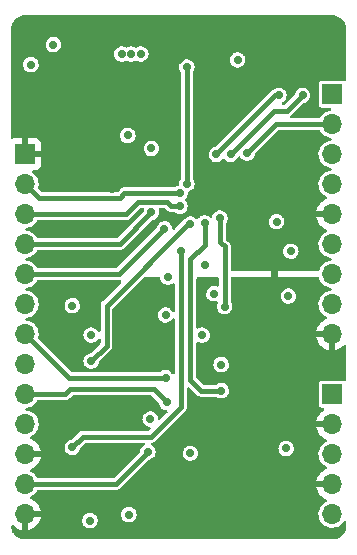
<source format=gbr>
%TF.GenerationSoftware,KiCad,Pcbnew,(6.0.9)*%
%TF.CreationDate,2023-01-29T17:21:33+01:00*%
%TF.ProjectId,witns_processing_board,7769746e-735f-4707-926f-63657373696e,rev?*%
%TF.SameCoordinates,Original*%
%TF.FileFunction,Copper,L4,Bot*%
%TF.FilePolarity,Positive*%
%FSLAX46Y46*%
G04 Gerber Fmt 4.6, Leading zero omitted, Abs format (unit mm)*
G04 Created by KiCad (PCBNEW (6.0.9)) date 2023-01-29 17:21:33*
%MOMM*%
%LPD*%
G01*
G04 APERTURE LIST*
%TA.AperFunction,ComponentPad*%
%ADD10R,1.700000X1.700000*%
%TD*%
%TA.AperFunction,ComponentPad*%
%ADD11O,1.700000X1.700000*%
%TD*%
%TA.AperFunction,ViaPad*%
%ADD12C,0.700000*%
%TD*%
%TA.AperFunction,Conductor*%
%ADD13C,0.600000*%
%TD*%
%TA.AperFunction,Conductor*%
%ADD14C,0.400000*%
%TD*%
G04 APERTURE END LIST*
D10*
%TO.P,J103,1,Pin_1*%
%TO.N,+3V3*%
X63000000Y-100000000D03*
D11*
%TO.P,J103,2,Pin_2*%
%TO.N,/STM32/ENCODER_SWITCH*%
X63000000Y-102540000D03*
%TO.P,J103,3,Pin_3*%
%TO.N,/STM32/ENCODER_A*%
X63000000Y-105080000D03*
%TO.P,J103,4,Pin_4*%
%TO.N,/STM32/ENCODER_B*%
X63000000Y-107620000D03*
%TO.P,J103,5,Pin_5*%
%TO.N,GND*%
X63000000Y-110160000D03*
%TO.P,J103,6,Pin_6*%
%TO.N,/STM32/LED_RED*%
X63000000Y-112700000D03*
%TO.P,J103,7,Pin_7*%
%TO.N,/STM32/LED_GREEN*%
X63000000Y-115240000D03*
%TO.P,J103,8,Pin_8*%
%TO.N,/STM32/LED_BLUE*%
X63000000Y-117780000D03*
%TO.P,J103,9,Pin_9*%
%TO.N,GND*%
X63000000Y-120320000D03*
%TD*%
D10*
%TO.P,J102,1,Pin_1*%
%TO.N,+5V*%
X63000000Y-125400000D03*
D11*
%TO.P,J102,2,Pin_2*%
%TO.N,GND*%
X63000000Y-127940000D03*
%TO.P,J102,3,Pin_3*%
%TO.N,+12V*%
X63000000Y-130480000D03*
%TO.P,J102,4,Pin_4*%
%TO.N,GND*%
X63000000Y-133020000D03*
%TO.P,J102,5,Pin_5*%
%TO.N,-12V*%
X63000000Y-135560000D03*
%TD*%
D10*
%TO.P,J101,1,Pin_1*%
%TO.N,GND*%
X37000000Y-105080000D03*
D11*
%TO.P,J101,2,Pin_2*%
%TO.N,/POT_1*%
X37000000Y-107620000D03*
%TO.P,J101,3,Pin_3*%
%TO.N,/POT_2*%
X37000000Y-110160000D03*
%TO.P,J101,4,Pin_4*%
%TO.N,/POT_3*%
X37000000Y-112700000D03*
%TO.P,J101,5,Pin_5*%
%TO.N,/POT_4*%
X37000000Y-115240000D03*
%TO.P,J101,6,Pin_6*%
%TO.N,+3.3VA*%
X37000000Y-117780000D03*
%TO.P,J101,7,Pin_7*%
%TO.N,/Analog Front-end/RACK_CV1*%
X37000000Y-120320000D03*
%TO.P,J101,8,Pin_8*%
%TO.N,/Analog Front-end/RACK_CV2*%
X37000000Y-122860000D03*
%TO.P,J101,9,Pin_9*%
%TO.N,/Analog Front-end/RACK_CV3*%
X37000000Y-125400000D03*
%TO.P,J101,10,Pin_10*%
%TO.N,/Analog Front-end/RACK_CV4*%
X37000000Y-127940000D03*
%TO.P,J101,11,Pin_11*%
%TO.N,GND*%
X37000000Y-130480000D03*
%TO.P,J101,12,Pin_12*%
%TO.N,/Analog Front-end/RACK_OUT*%
X37000000Y-133020000D03*
%TO.P,J101,13,Pin_13*%
%TO.N,GND*%
X37000000Y-135560000D03*
%TD*%
D12*
%TO.N,GND*%
X51900000Y-115900000D03*
X42700000Y-95500000D03*
X43500000Y-93700000D03*
X44400000Y-108000000D03*
X47800000Y-131500000D03*
X41000000Y-121100000D03*
X54500000Y-110700000D03*
X44700000Y-101900000D03*
X49600000Y-134900000D03*
X52500000Y-97100000D03*
X54600000Y-106600000D03*
X42600000Y-111500000D03*
X54776589Y-124798152D03*
X58500000Y-93900000D03*
X42300000Y-117200000D03*
X39900000Y-103100000D03*
X59100000Y-128500000D03*
X60100000Y-119500000D03*
X47300000Y-111700000D03*
X49100000Y-117000000D03*
X48100000Y-136500000D03*
X50000000Y-97100000D03*
X55000000Y-116800000D03*
X43600000Y-106500000D03*
X58100000Y-114800000D03*
X47600000Y-126000000D03*
X44000000Y-136100000D03*
X51700000Y-109000000D03*
X52200000Y-106100000D03*
X40400000Y-101500000D03*
X44100000Y-104900000D03*
X52500000Y-118600000D03*
X55400000Y-109200000D03*
X52000000Y-123600000D03*
X48000000Y-121100000D03*
X57400000Y-125100000D03*
X39500000Y-97700000D03*
X48900000Y-129500000D03*
X37492568Y-93696151D03*
X53800000Y-97100000D03*
X56500000Y-116800000D03*
X60500000Y-93900000D03*
X49400000Y-103700000D03*
X46400000Y-122600000D03*
X56600000Y-112300000D03*
%TO.N,+3V3*%
X52200000Y-114500000D03*
X37500000Y-97500000D03*
X39400000Y-95800000D03*
X58300000Y-110800000D03*
X47700000Y-104600000D03*
X45700000Y-103500000D03*
X59500000Y-113300000D03*
X55000000Y-97100000D03*
%TO.N,+3.3VA*%
X52000000Y-120400000D03*
X41000000Y-117900000D03*
X42600000Y-120400000D03*
X53600000Y-122900000D03*
X48900000Y-118700000D03*
X59100000Y-130000000D03*
X53000000Y-116900000D03*
X42500000Y-136100000D03*
X47600000Y-127500000D03*
X49100000Y-115500000D03*
X59300000Y-117100000D03*
%TO.N,+5V*%
X45200000Y-96600000D03*
X46800000Y-96600000D03*
X46000000Y-96600000D03*
%TO.N,/POT_1*%
X50100000Y-108400000D03*
%TO.N,/POT_2*%
X50100000Y-109500000D03*
%TO.N,/POT_3*%
X47700000Y-110000000D03*
%TO.N,/POT_4*%
X48800000Y-111400000D03*
%TO.N,/STM32/nRST*%
X50700000Y-107600000D03*
X50700000Y-97700000D03*
%TO.N,+12V*%
X51000000Y-130400000D03*
%TO.N,-12V*%
X45800000Y-135600000D03*
%TO.N,/STM32/LED1*%
X60500000Y-100100000D03*
X54400000Y-105100000D03*
%TO.N,/STM32/LED2*%
X58500000Y-100100000D03*
X53200000Y-105100000D03*
%TO.N,/Analog Front-end/RACK_CV1*%
X48900000Y-124000000D03*
%TO.N,/Analog Front-end/RACK_CV3*%
X49000000Y-126100000D03*
%TO.N,/Analog Front-end/RACK_OUT*%
X47400000Y-130300000D03*
%TO.N,/STM32/ENCODER_SWITCH*%
X55800000Y-105000000D03*
%TO.N,/Analog Front-end/DAC_OUT*%
X41000000Y-129900000D03*
X50200000Y-113300000D03*
%TO.N,/Analog Front-end/ADC_CV4*%
X51000000Y-111000000D03*
X42600000Y-122600000D03*
%TO.N,/Analog Front-end/ADC_CV1*%
X53500000Y-110500000D03*
X53900000Y-118000000D03*
%TO.N,/Analog Front-end/ADC_CV3*%
X52200000Y-110900000D03*
X53600000Y-125100000D03*
%TD*%
D13*
%TO.N,GND*%
X57500000Y-116800000D02*
X56500000Y-116800000D01*
X58100000Y-114800000D02*
X58100000Y-116200000D01*
X58100000Y-116200000D02*
X57500000Y-116800000D01*
D14*
%TO.N,/POT_1*%
X45000000Y-108800000D02*
X45400000Y-108400000D01*
X37000000Y-107620000D02*
X38180000Y-108800000D01*
X45400000Y-108400000D02*
X50100000Y-108400000D01*
X38180000Y-108800000D02*
X45000000Y-108800000D01*
%TO.N,/POT_2*%
X49000000Y-109100000D02*
X46600000Y-109100000D01*
X45540000Y-110160000D02*
X37000000Y-110160000D01*
X50100000Y-109500000D02*
X49400000Y-109500000D01*
X49400000Y-109500000D02*
X49000000Y-109100000D01*
X46600000Y-109100000D02*
X45540000Y-110160000D01*
%TO.N,/POT_3*%
X45000000Y-112700000D02*
X37000000Y-112700000D01*
X47700000Y-110000000D02*
X45000000Y-112700000D01*
%TO.N,/POT_4*%
X48800000Y-111400000D02*
X44960000Y-115240000D01*
X44960000Y-115240000D02*
X37000000Y-115240000D01*
%TO.N,/STM32/nRST*%
X50700000Y-97700000D02*
X50700000Y-107600000D01*
%TO.N,/STM32/LED1*%
X59200000Y-101400000D02*
X60500000Y-100100000D01*
X54400000Y-105100000D02*
X58100000Y-101400000D01*
X58100000Y-101400000D02*
X59200000Y-101400000D01*
%TO.N,/STM32/LED2*%
X53200000Y-105100000D02*
X58200000Y-100100000D01*
X58200000Y-100100000D02*
X58500000Y-100100000D01*
%TO.N,/Analog Front-end/RACK_CV1*%
X48900000Y-124000000D02*
X40680000Y-124000000D01*
X40680000Y-124000000D02*
X37000000Y-120320000D01*
%TO.N,/Analog Front-end/RACK_CV3*%
X47900000Y-125000000D02*
X49000000Y-126100000D01*
X40800000Y-125000000D02*
X47900000Y-125000000D01*
X37000000Y-125400000D02*
X40400000Y-125400000D01*
X40400000Y-125400000D02*
X40800000Y-125000000D01*
%TO.N,/Analog Front-end/RACK_OUT*%
X44680000Y-133020000D02*
X37000000Y-133020000D01*
X47400000Y-130300000D02*
X44680000Y-133020000D01*
%TO.N,/STM32/ENCODER_SWITCH*%
X58260000Y-102540000D02*
X55800000Y-105000000D01*
X63000000Y-102540000D02*
X58260000Y-102540000D01*
%TO.N,/Analog Front-end/DAC_OUT*%
X50200000Y-113300000D02*
X50200000Y-126500000D01*
X41900000Y-129000000D02*
X41000000Y-129900000D01*
X50200000Y-126500000D02*
X47700000Y-129000000D01*
X47700000Y-129000000D02*
X41900000Y-129000000D01*
%TO.N,/Analog Front-end/ADC_CV4*%
X50800000Y-111000000D02*
X43900000Y-117900000D01*
X43900000Y-121300000D02*
X42600000Y-122600000D01*
X51000000Y-111000000D02*
X50800000Y-111000000D01*
X43900000Y-117900000D02*
X43900000Y-121300000D01*
%TO.N,/Analog Front-end/ADC_CV1*%
X53500000Y-110500000D02*
X53500000Y-112500000D01*
X53500000Y-112500000D02*
X53900000Y-112900000D01*
X53900000Y-112900000D02*
X53900000Y-118000000D01*
%TO.N,/Analog Front-end/ADC_CV3*%
X51000000Y-124200000D02*
X51000000Y-114000000D01*
X51900000Y-125100000D02*
X51000000Y-124200000D01*
X51000000Y-114000000D02*
X52200000Y-112800000D01*
X53600000Y-125100000D02*
X51900000Y-125100000D01*
X52200000Y-112800000D02*
X52200000Y-110900000D01*
%TD*%
%TA.AperFunction,Conductor*%
%TO.N,GND*%
G36*
X62984563Y-93302414D02*
G01*
X62989145Y-93303222D01*
X63000000Y-93305136D01*
X63010856Y-93303222D01*
X63021878Y-93303222D01*
X63021878Y-93303779D01*
X63034152Y-93303188D01*
X63177759Y-93314490D01*
X63197285Y-93317583D01*
X63361030Y-93356895D01*
X63379824Y-93363001D01*
X63535405Y-93427445D01*
X63553010Y-93436415D01*
X63696597Y-93524405D01*
X63712592Y-93536027D01*
X63840634Y-93645385D01*
X63854615Y-93659366D01*
X63963973Y-93787408D01*
X63975594Y-93803401D01*
X64063585Y-93946990D01*
X64072555Y-93964595D01*
X64100888Y-94032996D01*
X64136997Y-94120171D01*
X64143105Y-94138970D01*
X64182417Y-94302714D01*
X64185510Y-94322242D01*
X64196812Y-94465845D01*
X64196221Y-94478122D01*
X64196778Y-94478122D01*
X64196778Y-94489144D01*
X64194864Y-94500000D01*
X64196778Y-94510855D01*
X64197586Y-94515437D01*
X64199500Y-94537317D01*
X64199500Y-98782448D01*
X64179498Y-98850569D01*
X64125842Y-98897062D01*
X64055568Y-98907166D01*
X64022552Y-98897688D01*
X64021136Y-98897062D01*
X63920327Y-98852494D01*
X63894646Y-98849500D01*
X62105354Y-98849500D01*
X62101650Y-98849941D01*
X62101647Y-98849941D01*
X62096371Y-98850569D01*
X62079154Y-98852618D01*
X61976847Y-98898061D01*
X61897759Y-98977287D01*
X61852494Y-99079673D01*
X61849500Y-99105354D01*
X61849500Y-100894646D01*
X61852618Y-100920846D01*
X61898061Y-101023153D01*
X61977287Y-101102241D01*
X61987924Y-101106944D01*
X61987926Y-101106945D01*
X62024432Y-101123084D01*
X62079673Y-101147506D01*
X62105354Y-101150500D01*
X62814988Y-101150500D01*
X62883109Y-101170502D01*
X62929602Y-101224158D01*
X62939706Y-101294432D01*
X62910212Y-101359012D01*
X62850486Y-101397396D01*
X62836326Y-101400680D01*
X62706650Y-101422962D01*
X62706649Y-101422962D01*
X62700953Y-101423941D01*
X62502575Y-101497127D01*
X62497614Y-101500079D01*
X62497613Y-101500079D01*
X62480089Y-101510505D01*
X62320856Y-101605238D01*
X62161881Y-101744655D01*
X62030976Y-101910708D01*
X62028287Y-101915819D01*
X62028285Y-101915822D01*
X61998640Y-101972168D01*
X61949220Y-102023140D01*
X61887132Y-102039500D01*
X59563887Y-102039500D01*
X59495766Y-102019498D01*
X59449273Y-101965842D01*
X59439169Y-101895568D01*
X59468663Y-101830988D01*
X59481639Y-101818047D01*
X59507675Y-101795613D01*
X59515596Y-101789324D01*
X59522402Y-101784352D01*
X59526336Y-101781478D01*
X59537079Y-101770735D01*
X59543926Y-101764377D01*
X59574237Y-101738259D01*
X59581037Y-101732400D01*
X59585920Y-101724866D01*
X59591819Y-101718104D01*
X59591824Y-101718108D01*
X59600800Y-101707014D01*
X60526819Y-100780995D01*
X60587785Y-100747270D01*
X60714563Y-100718234D01*
X60721968Y-100716538D01*
X60862625Y-100645795D01*
X60888869Y-100623381D01*
X60976574Y-100548474D01*
X60976576Y-100548471D01*
X60982348Y-100543542D01*
X61074224Y-100415683D01*
X61132950Y-100269598D01*
X61155134Y-100113723D01*
X61155278Y-100100000D01*
X61136363Y-99943694D01*
X61080710Y-99796412D01*
X60991531Y-99666657D01*
X60930749Y-99612502D01*
X60879648Y-99566972D01*
X60879645Y-99566970D01*
X60873976Y-99561919D01*
X60734831Y-99488245D01*
X60718122Y-99484048D01*
X60589498Y-99451740D01*
X60589496Y-99451740D01*
X60582128Y-99449889D01*
X60574530Y-99449849D01*
X60574528Y-99449849D01*
X60507319Y-99449497D01*
X60424684Y-99449065D01*
X60417305Y-99450837D01*
X60417301Y-99450837D01*
X60278967Y-99484048D01*
X60278963Y-99484049D01*
X60271588Y-99485820D01*
X60131679Y-99558032D01*
X60125957Y-99563024D01*
X60125955Y-99563025D01*
X60018759Y-99656538D01*
X60018756Y-99656541D01*
X60013034Y-99661533D01*
X59982916Y-99704387D01*
X59938489Y-99767600D01*
X59922501Y-99790348D01*
X59865309Y-99937039D01*
X59864318Y-99944564D01*
X59864317Y-99944569D01*
X59857271Y-99998093D01*
X59828549Y-100063020D01*
X59821444Y-100070742D01*
X59029591Y-100862595D01*
X58967279Y-100896621D01*
X58940496Y-100899500D01*
X58889136Y-100899500D01*
X58821015Y-100879498D01*
X58774522Y-100825842D01*
X58764418Y-100755568D01*
X58793912Y-100690988D01*
X58832522Y-100660935D01*
X58855839Y-100649208D01*
X58862625Y-100645795D01*
X58888869Y-100623381D01*
X58976574Y-100548474D01*
X58976576Y-100548471D01*
X58982348Y-100543542D01*
X59074224Y-100415683D01*
X59132950Y-100269598D01*
X59155134Y-100113723D01*
X59155278Y-100100000D01*
X59136363Y-99943694D01*
X59080710Y-99796412D01*
X58991531Y-99666657D01*
X58930749Y-99612502D01*
X58879648Y-99566972D01*
X58879645Y-99566970D01*
X58873976Y-99561919D01*
X58734831Y-99488245D01*
X58718122Y-99484048D01*
X58589498Y-99451740D01*
X58589496Y-99451740D01*
X58582128Y-99449889D01*
X58574530Y-99449849D01*
X58574528Y-99449849D01*
X58507319Y-99449497D01*
X58424684Y-99449065D01*
X58417305Y-99450837D01*
X58417301Y-99450837D01*
X58278967Y-99484048D01*
X58278963Y-99484049D01*
X58271588Y-99485820D01*
X58131679Y-99558032D01*
X58125957Y-99563024D01*
X58125955Y-99563025D01*
X58089704Y-99594649D01*
X58057094Y-99612502D01*
X58058083Y-99614677D01*
X58058082Y-99614677D01*
X58015718Y-99633939D01*
X58006363Y-99637746D01*
X57971057Y-99650491D01*
X57971053Y-99650493D01*
X57962613Y-99653540D01*
X57955365Y-99658835D01*
X57952025Y-99660611D01*
X57938911Y-99668274D01*
X57935739Y-99670303D01*
X57927572Y-99674016D01*
X57920777Y-99679871D01*
X57920774Y-99679873D01*
X57892325Y-99704387D01*
X57884405Y-99710675D01*
X57873664Y-99718522D01*
X57862921Y-99729265D01*
X57856075Y-99735623D01*
X57818963Y-99767600D01*
X57814080Y-99775134D01*
X57808181Y-99781896D01*
X57808176Y-99781892D01*
X57799200Y-99792986D01*
X53174074Y-104418112D01*
X53114394Y-104451535D01*
X53081694Y-104459386D01*
X52978967Y-104484048D01*
X52978963Y-104484049D01*
X52971588Y-104485820D01*
X52831679Y-104558032D01*
X52825957Y-104563024D01*
X52825955Y-104563025D01*
X52718759Y-104656538D01*
X52718756Y-104656541D01*
X52713034Y-104661533D01*
X52708667Y-104667747D01*
X52632127Y-104776652D01*
X52622501Y-104790348D01*
X52565309Y-104937039D01*
X52564318Y-104944568D01*
X52546488Y-105080000D01*
X52544758Y-105093138D01*
X52562035Y-105249633D01*
X52616143Y-105397490D01*
X52620380Y-105403796D01*
X52620382Y-105403799D01*
X52640194Y-105433282D01*
X52703958Y-105528172D01*
X52820410Y-105634135D01*
X52854177Y-105652469D01*
X52952099Y-105705637D01*
X52952101Y-105705638D01*
X52958776Y-105709262D01*
X52966125Y-105711190D01*
X53103719Y-105747287D01*
X53103721Y-105747287D01*
X53111069Y-105749215D01*
X53194380Y-105750524D01*
X53260898Y-105751569D01*
X53260901Y-105751569D01*
X53268495Y-105751688D01*
X53421968Y-105716538D01*
X53562625Y-105645795D01*
X53609644Y-105605637D01*
X53676574Y-105548474D01*
X53676576Y-105548471D01*
X53682348Y-105543542D01*
X53686778Y-105537377D01*
X53686781Y-105537374D01*
X53696413Y-105523969D01*
X53752407Y-105480321D01*
X53823110Y-105473874D01*
X53886075Y-105506676D01*
X53894321Y-105516500D01*
X53894761Y-105516120D01*
X53899721Y-105521866D01*
X53903958Y-105528172D01*
X54020410Y-105634135D01*
X54054177Y-105652469D01*
X54152099Y-105705637D01*
X54152101Y-105705638D01*
X54158776Y-105709262D01*
X54166125Y-105711190D01*
X54303719Y-105747287D01*
X54303721Y-105747287D01*
X54311069Y-105749215D01*
X54394380Y-105750524D01*
X54460898Y-105751569D01*
X54460901Y-105751569D01*
X54468495Y-105751688D01*
X54621968Y-105716538D01*
X54762625Y-105645795D01*
X54809644Y-105605637D01*
X54876574Y-105548474D01*
X54876576Y-105548471D01*
X54882348Y-105543542D01*
X54974224Y-105415683D01*
X54979002Y-105403799D01*
X55005745Y-105337273D01*
X55049711Y-105281528D01*
X55116836Y-105258403D01*
X55185808Y-105275240D01*
X55227230Y-105313989D01*
X55303958Y-105428172D01*
X55326270Y-105448474D01*
X55406927Y-105521866D01*
X55420410Y-105534135D01*
X55441885Y-105545795D01*
X55552099Y-105605637D01*
X55552101Y-105605638D01*
X55558776Y-105609262D01*
X55566125Y-105611190D01*
X55703719Y-105647287D01*
X55703721Y-105647287D01*
X55711069Y-105649215D01*
X55794380Y-105650524D01*
X55860898Y-105651569D01*
X55860901Y-105651569D01*
X55868495Y-105651688D01*
X56021968Y-105616538D01*
X56162625Y-105545795D01*
X56208428Y-105506676D01*
X56276574Y-105448474D01*
X56276576Y-105448471D01*
X56282348Y-105443542D01*
X56374224Y-105315683D01*
X56394056Y-105266350D01*
X56430117Y-105176646D01*
X56430118Y-105176644D01*
X56432950Y-105169598D01*
X56442747Y-105100761D01*
X56472148Y-105036138D01*
X56478395Y-105029419D01*
X58430409Y-103077405D01*
X58492721Y-103043379D01*
X58519504Y-103040500D01*
X61883115Y-103040500D01*
X61951236Y-103060502D01*
X61992741Y-103108228D01*
X61994062Y-103107465D01*
X61996951Y-103112469D01*
X61999369Y-103117714D01*
X62121405Y-103290391D01*
X62272865Y-103437937D01*
X62277661Y-103441142D01*
X62277664Y-103441144D01*
X62392399Y-103517807D01*
X62448677Y-103555411D01*
X62453985Y-103557692D01*
X62453986Y-103557692D01*
X62637650Y-103636600D01*
X62637653Y-103636601D01*
X62642953Y-103638878D01*
X62648582Y-103640152D01*
X62648583Y-103640152D01*
X62843550Y-103684269D01*
X62843553Y-103684269D01*
X62849186Y-103685544D01*
X62854958Y-103685771D01*
X62860687Y-103686525D01*
X62860327Y-103689257D01*
X62916604Y-103708216D01*
X62960950Y-103763659D01*
X62968282Y-103834276D01*
X62936271Y-103897647D01*
X62875081Y-103933651D01*
X62865705Y-103935632D01*
X62825076Y-103942613D01*
X62706650Y-103962962D01*
X62706649Y-103962962D01*
X62700953Y-103963941D01*
X62502575Y-104037127D01*
X62497614Y-104040079D01*
X62497613Y-104040079D01*
X62366248Y-104118233D01*
X62320856Y-104145238D01*
X62161881Y-104284655D01*
X62030976Y-104450708D01*
X62028287Y-104455819D01*
X62028285Y-104455822D01*
X62010671Y-104489301D01*
X61932523Y-104637836D01*
X61869820Y-104839773D01*
X61844967Y-105049754D01*
X61858796Y-105260749D01*
X61860217Y-105266345D01*
X61860218Y-105266350D01*
X61902614Y-105433282D01*
X61910845Y-105465690D01*
X61913262Y-105470933D01*
X61940043Y-105529025D01*
X61999369Y-105657714D01*
X62121405Y-105830391D01*
X62272865Y-105977937D01*
X62277661Y-105981142D01*
X62277664Y-105981144D01*
X62377132Y-106047606D01*
X62448677Y-106095411D01*
X62453985Y-106097692D01*
X62453986Y-106097692D01*
X62637650Y-106176600D01*
X62637653Y-106176601D01*
X62642953Y-106178878D01*
X62648582Y-106180152D01*
X62648583Y-106180152D01*
X62843550Y-106224269D01*
X62843553Y-106224269D01*
X62849186Y-106225544D01*
X62854958Y-106225771D01*
X62860687Y-106226525D01*
X62860327Y-106229257D01*
X62916604Y-106248216D01*
X62960950Y-106303659D01*
X62968282Y-106374276D01*
X62936271Y-106437647D01*
X62875081Y-106473651D01*
X62865704Y-106475632D01*
X62706650Y-106502962D01*
X62706649Y-106502962D01*
X62700953Y-106503941D01*
X62502575Y-106577127D01*
X62497614Y-106580079D01*
X62497613Y-106580079D01*
X62345528Y-106670560D01*
X62320856Y-106685238D01*
X62161881Y-106824655D01*
X62030976Y-106990708D01*
X62028287Y-106995819D01*
X62028285Y-106995822D01*
X62014792Y-107021469D01*
X61932523Y-107177836D01*
X61869820Y-107379773D01*
X61844967Y-107589754D01*
X61858796Y-107800749D01*
X61860217Y-107806345D01*
X61860218Y-107806350D01*
X61893589Y-107937745D01*
X61910845Y-108005690D01*
X61999369Y-108197714D01*
X62121405Y-108370391D01*
X62272865Y-108517937D01*
X62277661Y-108521142D01*
X62277664Y-108521144D01*
X62358333Y-108575045D01*
X62448677Y-108635411D01*
X62453980Y-108637690D01*
X62453985Y-108637692D01*
X62488818Y-108652657D01*
X62506768Y-108660369D01*
X62561460Y-108705636D01*
X62582998Y-108773287D01*
X62564541Y-108841842D01*
X62511951Y-108889537D01*
X62496175Y-108895901D01*
X62476868Y-108902212D01*
X62467359Y-108906209D01*
X62278463Y-109004542D01*
X62269738Y-109010036D01*
X62099433Y-109137905D01*
X62091726Y-109144748D01*
X61944590Y-109298717D01*
X61938104Y-109306727D01*
X61818098Y-109482649D01*
X61813000Y-109491623D01*
X61723338Y-109684783D01*
X61719775Y-109694470D01*
X61664389Y-109894183D01*
X61665912Y-109902607D01*
X61678292Y-109906000D01*
X63128000Y-109906000D01*
X63196121Y-109926002D01*
X63242614Y-109979658D01*
X63254000Y-110032000D01*
X63254000Y-110288000D01*
X63233998Y-110356121D01*
X63180342Y-110402614D01*
X63128000Y-110414000D01*
X61683225Y-110414000D01*
X61669694Y-110417973D01*
X61668257Y-110427966D01*
X61698565Y-110562446D01*
X61701645Y-110572275D01*
X61781770Y-110769603D01*
X61786413Y-110778794D01*
X61897694Y-110960388D01*
X61903777Y-110968699D01*
X62043213Y-111129667D01*
X62050580Y-111136883D01*
X62214434Y-111272916D01*
X62222881Y-111278831D01*
X62406756Y-111386279D01*
X62416046Y-111390730D01*
X62500328Y-111422914D01*
X62556832Y-111465901D01*
X62581125Y-111532612D01*
X62565495Y-111601867D01*
X62509628Y-111654348D01*
X62507990Y-111655129D01*
X62502575Y-111657127D01*
X62497613Y-111660079D01*
X62497611Y-111660080D01*
X62390539Y-111723781D01*
X62320856Y-111765238D01*
X62161881Y-111904655D01*
X62030976Y-112070708D01*
X62028287Y-112075819D01*
X62028285Y-112075822D01*
X61982632Y-112162595D01*
X61932523Y-112257836D01*
X61869820Y-112459773D01*
X61844967Y-112669754D01*
X61845345Y-112675520D01*
X61857411Y-112859610D01*
X61858796Y-112880749D01*
X61860217Y-112886345D01*
X61860218Y-112886350D01*
X61893252Y-113016418D01*
X61910845Y-113085690D01*
X61913262Y-113090933D01*
X61993477Y-113264934D01*
X61999369Y-113277714D01*
X62121405Y-113450391D01*
X62272865Y-113597937D01*
X62277661Y-113601142D01*
X62277664Y-113601144D01*
X62410142Y-113689663D01*
X62448677Y-113715411D01*
X62453985Y-113717692D01*
X62453986Y-113717692D01*
X62637650Y-113796600D01*
X62637653Y-113796601D01*
X62642953Y-113798878D01*
X62648582Y-113800152D01*
X62648583Y-113800152D01*
X62843550Y-113844269D01*
X62843553Y-113844269D01*
X62849186Y-113845544D01*
X62854958Y-113845771D01*
X62860687Y-113846525D01*
X62860327Y-113849257D01*
X62916604Y-113868216D01*
X62960950Y-113923659D01*
X62968282Y-113994276D01*
X62936271Y-114057647D01*
X62875081Y-114093651D01*
X62865704Y-114095632D01*
X62706650Y-114122962D01*
X62706649Y-114122962D01*
X62700953Y-114123941D01*
X62502575Y-114197127D01*
X62497614Y-114200079D01*
X62497613Y-114200079D01*
X62480089Y-114210505D01*
X62320856Y-114305238D01*
X62161881Y-114444655D01*
X62030976Y-114610708D01*
X62028287Y-114615819D01*
X62028285Y-114615822D01*
X61999992Y-114669598D01*
X61932523Y-114797836D01*
X61903347Y-114891799D01*
X61897272Y-114911364D01*
X61857969Y-114970489D01*
X61792940Y-114998980D01*
X61776939Y-115000000D01*
X54526500Y-115000000D01*
X54458379Y-114979998D01*
X54411886Y-114926342D01*
X54400500Y-114874000D01*
X54400500Y-113293138D01*
X58844758Y-113293138D01*
X58862035Y-113449633D01*
X58916143Y-113597490D01*
X58920380Y-113603796D01*
X58920382Y-113603799D01*
X58954819Y-113655046D01*
X59003958Y-113728172D01*
X59026270Y-113748474D01*
X59079160Y-113796600D01*
X59120410Y-113834135D01*
X59149425Y-113849889D01*
X59252099Y-113905637D01*
X59252101Y-113905638D01*
X59258776Y-113909262D01*
X59266125Y-113911190D01*
X59403719Y-113947287D01*
X59403721Y-113947287D01*
X59411069Y-113949215D01*
X59494380Y-113950524D01*
X59560898Y-113951569D01*
X59560901Y-113951569D01*
X59568495Y-113951688D01*
X59721968Y-113916538D01*
X59862625Y-113845795D01*
X59963150Y-113759939D01*
X59976574Y-113748474D01*
X59976576Y-113748471D01*
X59982348Y-113743542D01*
X60074224Y-113615683D01*
X60132950Y-113469598D01*
X60155134Y-113313723D01*
X60155278Y-113300000D01*
X60153405Y-113284518D01*
X60143336Y-113201318D01*
X60136363Y-113143694D01*
X60118195Y-113095613D01*
X60083394Y-113003514D01*
X60083393Y-113003511D01*
X60080710Y-112996412D01*
X59991531Y-112866657D01*
X59923923Y-112806420D01*
X59879648Y-112766972D01*
X59879645Y-112766970D01*
X59873976Y-112761919D01*
X59734831Y-112688245D01*
X59718122Y-112684048D01*
X59589498Y-112651740D01*
X59589496Y-112651740D01*
X59582128Y-112649889D01*
X59574530Y-112649849D01*
X59574528Y-112649849D01*
X59507319Y-112649497D01*
X59424684Y-112649065D01*
X59417305Y-112650837D01*
X59417301Y-112650837D01*
X59278967Y-112684048D01*
X59278963Y-112684049D01*
X59271588Y-112685820D01*
X59131679Y-112758032D01*
X59125957Y-112763024D01*
X59125955Y-112763025D01*
X59018759Y-112856538D01*
X59018756Y-112856541D01*
X59013034Y-112861533D01*
X58997354Y-112883844D01*
X58936992Y-112969730D01*
X58922501Y-112990348D01*
X58865309Y-113137039D01*
X58859871Y-113178341D01*
X58845893Y-113284518D01*
X58844758Y-113293138D01*
X54400500Y-113293138D01*
X54400500Y-112970176D01*
X54401828Y-112958296D01*
X54401317Y-112958255D01*
X54402037Y-112949307D01*
X54404018Y-112940552D01*
X54400742Y-112887745D01*
X54400500Y-112879943D01*
X54400500Y-112864060D01*
X54399423Y-112856538D01*
X54399052Y-112853942D01*
X54398022Y-112843891D01*
X54395697Y-112806420D01*
X54395697Y-112806419D01*
X54395141Y-112797461D01*
X54392093Y-112789017D01*
X54391328Y-112785324D01*
X54387653Y-112770584D01*
X54386596Y-112766968D01*
X54385323Y-112758082D01*
X54366067Y-112715730D01*
X54362255Y-112706367D01*
X54346460Y-112662613D01*
X54341162Y-112655361D01*
X54339383Y-112652015D01*
X54331726Y-112638911D01*
X54329697Y-112635739D01*
X54325984Y-112627572D01*
X54320129Y-112620776D01*
X54320127Y-112620774D01*
X54295610Y-112592321D01*
X54289325Y-112584405D01*
X54284352Y-112577598D01*
X54284346Y-112577591D01*
X54281477Y-112573664D01*
X54270741Y-112562928D01*
X54264383Y-112556081D01*
X54238259Y-112525763D01*
X54232400Y-112518963D01*
X54224866Y-112514079D01*
X54218104Y-112508181D01*
X54218108Y-112508176D01*
X54207013Y-112499200D01*
X54037404Y-112329590D01*
X54003379Y-112267278D01*
X54000500Y-112240495D01*
X54000500Y-110958857D01*
X54024177Y-110885331D01*
X54069793Y-110821849D01*
X54074224Y-110815683D01*
X54083287Y-110793138D01*
X57644758Y-110793138D01*
X57662035Y-110949633D01*
X57664645Y-110956765D01*
X57713460Y-111090157D01*
X57716143Y-111097490D01*
X57720380Y-111103796D01*
X57720382Y-111103799D01*
X57737765Y-111129667D01*
X57803958Y-111228172D01*
X57821978Y-111244569D01*
X57913079Y-111327464D01*
X57920410Y-111334135D01*
X57932796Y-111340860D01*
X58052099Y-111405637D01*
X58052101Y-111405638D01*
X58058776Y-111409262D01*
X58066125Y-111411190D01*
X58203719Y-111447287D01*
X58203721Y-111447287D01*
X58211069Y-111449215D01*
X58294380Y-111450524D01*
X58360898Y-111451569D01*
X58360901Y-111451569D01*
X58368495Y-111451688D01*
X58521968Y-111416538D01*
X58662625Y-111345795D01*
X58718477Y-111298093D01*
X58776574Y-111248474D01*
X58776576Y-111248471D01*
X58782348Y-111243542D01*
X58874224Y-111115683D01*
X58932950Y-110969598D01*
X58947556Y-110866972D01*
X58954553Y-110817807D01*
X58954553Y-110817804D01*
X58955134Y-110813723D01*
X58955278Y-110800000D01*
X58953856Y-110788245D01*
X58946194Y-110724934D01*
X58936363Y-110643694D01*
X58897739Y-110541478D01*
X58883394Y-110503514D01*
X58883393Y-110503511D01*
X58880710Y-110496412D01*
X58791531Y-110366657D01*
X58726410Y-110308636D01*
X58679648Y-110266972D01*
X58679645Y-110266970D01*
X58673976Y-110261919D01*
X58651256Y-110249889D01*
X58552178Y-110197430D01*
X58534831Y-110188245D01*
X58525177Y-110185820D01*
X58389498Y-110151740D01*
X58389496Y-110151740D01*
X58382128Y-110149889D01*
X58374530Y-110149849D01*
X58374528Y-110149849D01*
X58307319Y-110149497D01*
X58224684Y-110149065D01*
X58217305Y-110150837D01*
X58217301Y-110150837D01*
X58078967Y-110184048D01*
X58078963Y-110184049D01*
X58071588Y-110185820D01*
X57988037Y-110228944D01*
X57943870Y-110251740D01*
X57931679Y-110258032D01*
X57925957Y-110263024D01*
X57925955Y-110263025D01*
X57818759Y-110356538D01*
X57818756Y-110356541D01*
X57813034Y-110361533D01*
X57793518Y-110389301D01*
X57742753Y-110461533D01*
X57722501Y-110490348D01*
X57665309Y-110637039D01*
X57660094Y-110676652D01*
X57645955Y-110784048D01*
X57644758Y-110793138D01*
X54083287Y-110793138D01*
X54132950Y-110669598D01*
X54145239Y-110583252D01*
X54154553Y-110517807D01*
X54154553Y-110517804D01*
X54155134Y-110513723D01*
X54155278Y-110500000D01*
X54136363Y-110343694D01*
X54131175Y-110329963D01*
X54083394Y-110203514D01*
X54083393Y-110203511D01*
X54080710Y-110196412D01*
X53991531Y-110066657D01*
X53921357Y-110004134D01*
X53879648Y-109966972D01*
X53879645Y-109966970D01*
X53873976Y-109961919D01*
X53734831Y-109888245D01*
X53699299Y-109879320D01*
X53589498Y-109851740D01*
X53589496Y-109851740D01*
X53582128Y-109849889D01*
X53574530Y-109849849D01*
X53574528Y-109849849D01*
X53507319Y-109849497D01*
X53424684Y-109849065D01*
X53417305Y-109850837D01*
X53417301Y-109850837D01*
X53278967Y-109884048D01*
X53278963Y-109884049D01*
X53271588Y-109885820D01*
X53239064Y-109902607D01*
X53171698Y-109937377D01*
X53131679Y-109958032D01*
X53125957Y-109963024D01*
X53125955Y-109963025D01*
X53018759Y-110056538D01*
X53018756Y-110056541D01*
X53013034Y-110061533D01*
X53008667Y-110067747D01*
X52926929Y-110184048D01*
X52922501Y-110190348D01*
X52865309Y-110337039D01*
X52863440Y-110351234D01*
X52862854Y-110355687D01*
X52834132Y-110420615D01*
X52774868Y-110459707D01*
X52703876Y-110460552D01*
X52654113Y-110433319D01*
X52648105Y-110427966D01*
X52573976Y-110361919D01*
X52551256Y-110349889D01*
X52486652Y-110315683D01*
X52434831Y-110288245D01*
X52350139Y-110266972D01*
X52289498Y-110251740D01*
X52289496Y-110251740D01*
X52282128Y-110249889D01*
X52274530Y-110249849D01*
X52274528Y-110249849D01*
X52207319Y-110249497D01*
X52124684Y-110249065D01*
X52117305Y-110250837D01*
X52117301Y-110250837D01*
X51978967Y-110284048D01*
X51978963Y-110284049D01*
X51971588Y-110285820D01*
X51964843Y-110289301D01*
X51964844Y-110289301D01*
X51843870Y-110351740D01*
X51831679Y-110358032D01*
X51825957Y-110363024D01*
X51825955Y-110363025D01*
X51718759Y-110456538D01*
X51718756Y-110456541D01*
X51713034Y-110461533D01*
X51666726Y-110527423D01*
X51663625Y-110531835D01*
X51608090Y-110576066D01*
X51537458Y-110583252D01*
X51476719Y-110553460D01*
X51379648Y-110466972D01*
X51379645Y-110466970D01*
X51373976Y-110461919D01*
X51234831Y-110388245D01*
X51218122Y-110384048D01*
X51089498Y-110351740D01*
X51089496Y-110351740D01*
X51082128Y-110349889D01*
X51074530Y-110349849D01*
X51074528Y-110349849D01*
X51007319Y-110349497D01*
X50924684Y-110349065D01*
X50917305Y-110350837D01*
X50917301Y-110350837D01*
X50778967Y-110384048D01*
X50778963Y-110384049D01*
X50771588Y-110385820D01*
X50764843Y-110389301D01*
X50764844Y-110389301D01*
X50671698Y-110437377D01*
X50631679Y-110458032D01*
X50625957Y-110463024D01*
X50625955Y-110463025D01*
X50518759Y-110556538D01*
X50518756Y-110556541D01*
X50513034Y-110561533D01*
X50491814Y-110591726D01*
X50477639Y-110611895D01*
X50463647Y-110628539D01*
X50462921Y-110629265D01*
X50456075Y-110635623D01*
X50418963Y-110667600D01*
X50414080Y-110675134D01*
X50408181Y-110681896D01*
X50408176Y-110681892D01*
X50399200Y-110692986D01*
X49663930Y-111428256D01*
X49601618Y-111462282D01*
X49530803Y-111457217D01*
X49473967Y-111414670D01*
X49449748Y-111354299D01*
X49441281Y-111284333D01*
X49436363Y-111243694D01*
X49427381Y-111219923D01*
X49383394Y-111103514D01*
X49383393Y-111103511D01*
X49380710Y-111096412D01*
X49291531Y-110966657D01*
X49237235Y-110918281D01*
X49179648Y-110866972D01*
X49179645Y-110866970D01*
X49173976Y-110861919D01*
X49034831Y-110788245D01*
X48997205Y-110778794D01*
X48889498Y-110751740D01*
X48889496Y-110751740D01*
X48882128Y-110749889D01*
X48874530Y-110749849D01*
X48874528Y-110749849D01*
X48807319Y-110749497D01*
X48724684Y-110749065D01*
X48717305Y-110750837D01*
X48717301Y-110750837D01*
X48578967Y-110784048D01*
X48578963Y-110784049D01*
X48571588Y-110785820D01*
X48564843Y-110789301D01*
X48564844Y-110789301D01*
X48441578Y-110852923D01*
X48431679Y-110858032D01*
X48425957Y-110863024D01*
X48425955Y-110863025D01*
X48318759Y-110956538D01*
X48318756Y-110956541D01*
X48313034Y-110961533D01*
X48308667Y-110967747D01*
X48238628Y-111067402D01*
X48222501Y-111090348D01*
X48217368Y-111103514D01*
X48171225Y-111221866D01*
X48165309Y-111237039D01*
X48164318Y-111244564D01*
X48164317Y-111244569D01*
X48157271Y-111298093D01*
X48128549Y-111363020D01*
X48121444Y-111370742D01*
X44789591Y-114702595D01*
X44727279Y-114736621D01*
X44700496Y-114739500D01*
X38114415Y-114739500D01*
X38046294Y-114719498D01*
X38001409Y-114669229D01*
X37987719Y-114641469D01*
X37985165Y-114636290D01*
X37880325Y-114495892D01*
X37862104Y-114471491D01*
X37862103Y-114471490D01*
X37858651Y-114466867D01*
X37703381Y-114323337D01*
X37524554Y-114210505D01*
X37328160Y-114132152D01*
X37322503Y-114131027D01*
X37322497Y-114131025D01*
X37125234Y-114091788D01*
X37062324Y-114058881D01*
X37027192Y-113997186D01*
X37030992Y-113926291D01*
X37072517Y-113868705D01*
X37131734Y-113843513D01*
X37264015Y-113824333D01*
X37264019Y-113824332D01*
X37269730Y-113823504D01*
X37348987Y-113796600D01*
X37464483Y-113757395D01*
X37464488Y-113757393D01*
X37469955Y-113755537D01*
X37502382Y-113737377D01*
X37649395Y-113655046D01*
X37649399Y-113655043D01*
X37654442Y-113652219D01*
X37817012Y-113517012D01*
X37952219Y-113354442D01*
X38002346Y-113264934D01*
X38053083Y-113215272D01*
X38112280Y-113200500D01*
X44929819Y-113200500D01*
X44941704Y-113201828D01*
X44941745Y-113201318D01*
X44950691Y-113202038D01*
X44959447Y-113204019D01*
X45012263Y-113200742D01*
X45020067Y-113200500D01*
X45035940Y-113200500D01*
X45046052Y-113199052D01*
X45056106Y-113198022D01*
X45084097Y-113196285D01*
X45102538Y-113195141D01*
X45110982Y-113192093D01*
X45114694Y-113191324D01*
X45129399Y-113187657D01*
X45133027Y-113186596D01*
X45141918Y-113185323D01*
X45184282Y-113166061D01*
X45193637Y-113162254D01*
X45228943Y-113149509D01*
X45228947Y-113149507D01*
X45237387Y-113146460D01*
X45244635Y-113141165D01*
X45247975Y-113139389D01*
X45261089Y-113131726D01*
X45264261Y-113129697D01*
X45272428Y-113125984D01*
X45279223Y-113120129D01*
X45279226Y-113120127D01*
X45307675Y-113095613D01*
X45315596Y-113089324D01*
X45322402Y-113084352D01*
X45326336Y-113081478D01*
X45337079Y-113070735D01*
X45343926Y-113064377D01*
X45381037Y-113032400D01*
X45385920Y-113024866D01*
X45391819Y-113018104D01*
X45391824Y-113018108D01*
X45400800Y-113007014D01*
X47726819Y-110680995D01*
X47787785Y-110647270D01*
X47914563Y-110618234D01*
X47921968Y-110616538D01*
X48062625Y-110545795D01*
X48121054Y-110495892D01*
X48176574Y-110448474D01*
X48176576Y-110448471D01*
X48182348Y-110443542D01*
X48274224Y-110315683D01*
X48332950Y-110169598D01*
X48347445Y-110067747D01*
X48354553Y-110017807D01*
X48354553Y-110017804D01*
X48355134Y-110013723D01*
X48355278Y-110000000D01*
X48353668Y-109986691D01*
X48350420Y-109959856D01*
X48336363Y-109843694D01*
X48330327Y-109827720D01*
X48308909Y-109771037D01*
X48303541Y-109700244D01*
X48337299Y-109637787D01*
X48399465Y-109603495D01*
X48426775Y-109600500D01*
X48740496Y-109600500D01*
X48808617Y-109620502D01*
X48829591Y-109637405D01*
X48996466Y-109804280D01*
X49003932Y-109813624D01*
X49004322Y-109813292D01*
X49010140Y-109820128D01*
X49014930Y-109827720D01*
X49021658Y-109833662D01*
X49021659Y-109833663D01*
X49054600Y-109862755D01*
X49060288Y-109868102D01*
X49071506Y-109879320D01*
X49075094Y-109882009D01*
X49075095Y-109882010D01*
X49079684Y-109885450D01*
X49087523Y-109891832D01*
X49099724Y-109902607D01*
X49122388Y-109922623D01*
X49130511Y-109926437D01*
X49133664Y-109928508D01*
X49146676Y-109936327D01*
X49149994Y-109938143D01*
X49157176Y-109943526D01*
X49200741Y-109959858D01*
X49210050Y-109963780D01*
X49252163Y-109983553D01*
X49261036Y-109984935D01*
X49264658Y-109986042D01*
X49279328Y-109989891D01*
X49283017Y-109990702D01*
X49291419Y-109993852D01*
X49300364Y-109994517D01*
X49300374Y-109994519D01*
X49337828Y-109997302D01*
X49347855Y-109998452D01*
X49361009Y-110000500D01*
X49376203Y-110000500D01*
X49385541Y-110000846D01*
X49434391Y-110004476D01*
X49443167Y-110002603D01*
X49452124Y-110001992D01*
X49452124Y-110001998D01*
X49466317Y-110000500D01*
X49634700Y-110000500D01*
X49702821Y-110020502D01*
X49708454Y-110024827D01*
X49708600Y-110024622D01*
X49714790Y-110029021D01*
X49720410Y-110034135D01*
X49727087Y-110037760D01*
X49727088Y-110037761D01*
X49852099Y-110105637D01*
X49852101Y-110105638D01*
X49858776Y-110109262D01*
X49866125Y-110111190D01*
X50003719Y-110147287D01*
X50003721Y-110147287D01*
X50011069Y-110149215D01*
X50094380Y-110150524D01*
X50160898Y-110151569D01*
X50160901Y-110151569D01*
X50168495Y-110151688D01*
X50321968Y-110116538D01*
X50462625Y-110045795D01*
X50505006Y-110009598D01*
X50576574Y-109948474D01*
X50576576Y-109948471D01*
X50582348Y-109943542D01*
X50674224Y-109815683D01*
X50732950Y-109669598D01*
X50744870Y-109585841D01*
X50754553Y-109517807D01*
X50754553Y-109517804D01*
X50755134Y-109513723D01*
X50755278Y-109500000D01*
X50736363Y-109343694D01*
X50721028Y-109303110D01*
X50683394Y-109203514D01*
X50683393Y-109203511D01*
X50680710Y-109196412D01*
X50591531Y-109066657D01*
X50567020Y-109044818D01*
X50529466Y-108984569D01*
X50530447Y-108913580D01*
X50569009Y-108854935D01*
X50582348Y-108843542D01*
X50674224Y-108715683D01*
X50732950Y-108569598D01*
X50755134Y-108413723D01*
X50755278Y-108400000D01*
X50751800Y-108371262D01*
X50763472Y-108301233D01*
X50811153Y-108248630D01*
X50848756Y-108233306D01*
X50885382Y-108224917D01*
X50914564Y-108218234D01*
X50914566Y-108218233D01*
X50921968Y-108216538D01*
X51062625Y-108145795D01*
X51088869Y-108123381D01*
X51176574Y-108048474D01*
X51176576Y-108048471D01*
X51182348Y-108043542D01*
X51274224Y-107915683D01*
X51280148Y-107900948D01*
X51320427Y-107800749D01*
X51332950Y-107769598D01*
X51346162Y-107676763D01*
X51354553Y-107617807D01*
X51354553Y-107617804D01*
X51355134Y-107613723D01*
X51355278Y-107600000D01*
X51336363Y-107443694D01*
X51314377Y-107385510D01*
X51283394Y-107303514D01*
X51283393Y-107303511D01*
X51280710Y-107296412D01*
X51276412Y-107290158D01*
X51276408Y-107290151D01*
X51222661Y-107211950D01*
X51200500Y-107140582D01*
X51200500Y-98158857D01*
X51224177Y-98085331D01*
X51252586Y-98045795D01*
X51274224Y-98015683D01*
X51332950Y-97869598D01*
X51355134Y-97713723D01*
X51355278Y-97700000D01*
X51336363Y-97543694D01*
X51321415Y-97504134D01*
X51283394Y-97403514D01*
X51283393Y-97403511D01*
X51280710Y-97396412D01*
X51191531Y-97266657D01*
X51131448Y-97213125D01*
X51079648Y-97166972D01*
X51079645Y-97166970D01*
X51073976Y-97161919D01*
X50944072Y-97093138D01*
X54344758Y-97093138D01*
X54362035Y-97249633D01*
X54364645Y-97256765D01*
X54413460Y-97390157D01*
X54416143Y-97397490D01*
X54420380Y-97403796D01*
X54420382Y-97403799D01*
X54460709Y-97463811D01*
X54503958Y-97528172D01*
X54620410Y-97634135D01*
X54641885Y-97645795D01*
X54752099Y-97705637D01*
X54752101Y-97705638D01*
X54758776Y-97709262D01*
X54766125Y-97711190D01*
X54903719Y-97747287D01*
X54903721Y-97747287D01*
X54911069Y-97749215D01*
X54994380Y-97750524D01*
X55060898Y-97751569D01*
X55060901Y-97751569D01*
X55068495Y-97751688D01*
X55221968Y-97716538D01*
X55362625Y-97645795D01*
X55473342Y-97551234D01*
X55476574Y-97548474D01*
X55476576Y-97548471D01*
X55482348Y-97543542D01*
X55574224Y-97415683D01*
X55632950Y-97269598D01*
X55647556Y-97166972D01*
X55654553Y-97117807D01*
X55654553Y-97117804D01*
X55655134Y-97113723D01*
X55655278Y-97100000D01*
X55653856Y-97088245D01*
X55638098Y-96958032D01*
X55636363Y-96943694D01*
X55631175Y-96929963D01*
X55583394Y-96803514D01*
X55583393Y-96803511D01*
X55580710Y-96796412D01*
X55491531Y-96666657D01*
X55421357Y-96604134D01*
X55379648Y-96566972D01*
X55379645Y-96566970D01*
X55373976Y-96561919D01*
X55234831Y-96488245D01*
X55218122Y-96484048D01*
X55089498Y-96451740D01*
X55089496Y-96451740D01*
X55082128Y-96449889D01*
X55074530Y-96449849D01*
X55074528Y-96449849D01*
X55007319Y-96449497D01*
X54924684Y-96449065D01*
X54917305Y-96450837D01*
X54917301Y-96450837D01*
X54778967Y-96484048D01*
X54778963Y-96484049D01*
X54771588Y-96485820D01*
X54631679Y-96558032D01*
X54625957Y-96563024D01*
X54625955Y-96563025D01*
X54518759Y-96656538D01*
X54518756Y-96656541D01*
X54513034Y-96661533D01*
X54508667Y-96667747D01*
X54432127Y-96776652D01*
X54422501Y-96790348D01*
X54365309Y-96937039D01*
X54361888Y-96963025D01*
X54345955Y-97084048D01*
X54344758Y-97093138D01*
X50944072Y-97093138D01*
X50934831Y-97088245D01*
X50918122Y-97084048D01*
X50789498Y-97051740D01*
X50789496Y-97051740D01*
X50782128Y-97049889D01*
X50774530Y-97049849D01*
X50774528Y-97049849D01*
X50707319Y-97049497D01*
X50624684Y-97049065D01*
X50617305Y-97050837D01*
X50617301Y-97050837D01*
X50478967Y-97084048D01*
X50478963Y-97084049D01*
X50471588Y-97085820D01*
X50331679Y-97158032D01*
X50325957Y-97163024D01*
X50325955Y-97163025D01*
X50218759Y-97256538D01*
X50218756Y-97256541D01*
X50213034Y-97261533D01*
X50122501Y-97390348D01*
X50065309Y-97537039D01*
X50064318Y-97544568D01*
X50049547Y-97656765D01*
X50044758Y-97693138D01*
X50062035Y-97849633D01*
X50116143Y-97997490D01*
X50120380Y-98003796D01*
X50120382Y-98003799D01*
X50178081Y-98089663D01*
X50199500Y-98159939D01*
X50199500Y-107140941D01*
X50176587Y-107213392D01*
X50122501Y-107290348D01*
X50065309Y-107437039D01*
X50064318Y-107444568D01*
X50045959Y-107584019D01*
X50044758Y-107593138D01*
X50047724Y-107620000D01*
X50048820Y-107629930D01*
X50036414Y-107699834D01*
X49988185Y-107751935D01*
X49952995Y-107766276D01*
X49878967Y-107784048D01*
X49878963Y-107784049D01*
X49871588Y-107785820D01*
X49731679Y-107858032D01*
X49719737Y-107868450D01*
X49655257Y-107898157D01*
X49636909Y-107899500D01*
X45470176Y-107899500D01*
X45458296Y-107898172D01*
X45458255Y-107898683D01*
X45449307Y-107897963D01*
X45440552Y-107895982D01*
X45397014Y-107898683D01*
X45387745Y-107899258D01*
X45379943Y-107899500D01*
X45364060Y-107899500D01*
X45359612Y-107900137D01*
X45359610Y-107900137D01*
X45353942Y-107900948D01*
X45343891Y-107901978D01*
X45306420Y-107904303D01*
X45306419Y-107904303D01*
X45297461Y-107904859D01*
X45289017Y-107907907D01*
X45285324Y-107908672D01*
X45270584Y-107912347D01*
X45266968Y-107913404D01*
X45258082Y-107914677D01*
X45215734Y-107933932D01*
X45206367Y-107937745D01*
X45162613Y-107953540D01*
X45155361Y-107958838D01*
X45152015Y-107960617D01*
X45138911Y-107968274D01*
X45135739Y-107970303D01*
X45127572Y-107974016D01*
X45120776Y-107979871D01*
X45120774Y-107979873D01*
X45092321Y-108004390D01*
X45084405Y-108010675D01*
X45077598Y-108015648D01*
X45077591Y-108015654D01*
X45073664Y-108018523D01*
X45062928Y-108029259D01*
X45056082Y-108035616D01*
X45018963Y-108067600D01*
X45014079Y-108075134D01*
X45008181Y-108081896D01*
X45008176Y-108081892D01*
X44999200Y-108092987D01*
X44829590Y-108262596D01*
X44767278Y-108296621D01*
X44740495Y-108299500D01*
X38439504Y-108299500D01*
X38371383Y-108279498D01*
X38350409Y-108262595D01*
X38141917Y-108054103D01*
X38107891Y-107991791D01*
X38111699Y-107924507D01*
X38121647Y-107895201D01*
X38121647Y-107895200D01*
X38123504Y-107889730D01*
X38128606Y-107854547D01*
X38153314Y-107684140D01*
X38153314Y-107684138D01*
X38153846Y-107680470D01*
X38155429Y-107620000D01*
X38136081Y-107409440D01*
X38078686Y-107205931D01*
X38067553Y-107183354D01*
X37987719Y-107021469D01*
X37985165Y-107016290D01*
X37858651Y-106846867D01*
X37703381Y-106703337D01*
X37698497Y-106700256D01*
X37698490Y-106700250D01*
X37651435Y-106670560D01*
X37604497Y-106617293D01*
X37593809Y-106547106D01*
X37622763Y-106482282D01*
X37682168Y-106443403D01*
X37718671Y-106437999D01*
X37894669Y-106437999D01*
X37901490Y-106437629D01*
X37952352Y-106432105D01*
X37967604Y-106428479D01*
X38088054Y-106383324D01*
X38103649Y-106374786D01*
X38205724Y-106298285D01*
X38218285Y-106285724D01*
X38294786Y-106183649D01*
X38303324Y-106168054D01*
X38348478Y-106047606D01*
X38352105Y-106032351D01*
X38357631Y-105981486D01*
X38358000Y-105974672D01*
X38358000Y-105352115D01*
X38353525Y-105336876D01*
X38352135Y-105335671D01*
X38344452Y-105334000D01*
X36872000Y-105334000D01*
X36803879Y-105313998D01*
X36757386Y-105260342D01*
X36746000Y-105208000D01*
X36746000Y-104807885D01*
X37254000Y-104807885D01*
X37258475Y-104823124D01*
X37259865Y-104824329D01*
X37267548Y-104826000D01*
X38339884Y-104826000D01*
X38355123Y-104821525D01*
X38356328Y-104820135D01*
X38357999Y-104812452D01*
X38357999Y-104593138D01*
X47044758Y-104593138D01*
X47062035Y-104749633D01*
X47116143Y-104897490D01*
X47120380Y-104903796D01*
X47120382Y-104903799D01*
X47137964Y-104929963D01*
X47203958Y-105028172D01*
X47320410Y-105134135D01*
X47327085Y-105137759D01*
X47452099Y-105205637D01*
X47452101Y-105205638D01*
X47458776Y-105209262D01*
X47466125Y-105211190D01*
X47603719Y-105247287D01*
X47603721Y-105247287D01*
X47611069Y-105249215D01*
X47694380Y-105250524D01*
X47760898Y-105251569D01*
X47760901Y-105251569D01*
X47768495Y-105251688D01*
X47921968Y-105216538D01*
X48062625Y-105145795D01*
X48115439Y-105100688D01*
X48176574Y-105048474D01*
X48176576Y-105048471D01*
X48182348Y-105043542D01*
X48274224Y-104915683D01*
X48332950Y-104769598D01*
X48351702Y-104637836D01*
X48354553Y-104617807D01*
X48354553Y-104617804D01*
X48355134Y-104613723D01*
X48355278Y-104600000D01*
X48336363Y-104443694D01*
X48326696Y-104418112D01*
X48283394Y-104303514D01*
X48283393Y-104303511D01*
X48280710Y-104296412D01*
X48191531Y-104166657D01*
X48130630Y-104112396D01*
X48079648Y-104066972D01*
X48079645Y-104066970D01*
X48073976Y-104061919D01*
X47934831Y-103988245D01*
X47887479Y-103976351D01*
X47789498Y-103951740D01*
X47789496Y-103951740D01*
X47782128Y-103949889D01*
X47774530Y-103949849D01*
X47774528Y-103949849D01*
X47707319Y-103949497D01*
X47624684Y-103949065D01*
X47617305Y-103950837D01*
X47617301Y-103950837D01*
X47478967Y-103984048D01*
X47478963Y-103984049D01*
X47471588Y-103985820D01*
X47464843Y-103989301D01*
X47464844Y-103989301D01*
X47350407Y-104048366D01*
X47331679Y-104058032D01*
X47325957Y-104063024D01*
X47325955Y-104063025D01*
X47218759Y-104156538D01*
X47218756Y-104156541D01*
X47213034Y-104161533D01*
X47122501Y-104290348D01*
X47065309Y-104437039D01*
X47059756Y-104479221D01*
X47049380Y-104558032D01*
X47044758Y-104593138D01*
X38357999Y-104593138D01*
X38357999Y-104185331D01*
X38357629Y-104178510D01*
X38352105Y-104127648D01*
X38348479Y-104112396D01*
X38303324Y-103991946D01*
X38294786Y-103976351D01*
X38218285Y-103874276D01*
X38205724Y-103861715D01*
X38103649Y-103785214D01*
X38088054Y-103776676D01*
X37967606Y-103731522D01*
X37952351Y-103727895D01*
X37901486Y-103722369D01*
X37894672Y-103722000D01*
X37272115Y-103722000D01*
X37256876Y-103726475D01*
X37255671Y-103727865D01*
X37254000Y-103735548D01*
X37254000Y-104807885D01*
X36746000Y-104807885D01*
X36746000Y-103740116D01*
X36741525Y-103724877D01*
X36740135Y-103723672D01*
X36732452Y-103722001D01*
X36105331Y-103722001D01*
X36098510Y-103722371D01*
X36047648Y-103727895D01*
X36032397Y-103731521D01*
X35970730Y-103754639D01*
X35899923Y-103759822D01*
X35837554Y-103725902D01*
X35803425Y-103663646D01*
X35800500Y-103636657D01*
X35800500Y-103493138D01*
X45044758Y-103493138D01*
X45062035Y-103649633D01*
X45116143Y-103797490D01*
X45120380Y-103803796D01*
X45120382Y-103803799D01*
X45159301Y-103861715D01*
X45203958Y-103928172D01*
X45320410Y-104034135D01*
X45380369Y-104066690D01*
X45452099Y-104105637D01*
X45452101Y-104105638D01*
X45458776Y-104109262D01*
X45466125Y-104111190D01*
X45603719Y-104147287D01*
X45603721Y-104147287D01*
X45611069Y-104149215D01*
X45694380Y-104150524D01*
X45760898Y-104151569D01*
X45760901Y-104151569D01*
X45768495Y-104151688D01*
X45921968Y-104116538D01*
X46062625Y-104045795D01*
X46125674Y-103991946D01*
X46176574Y-103948474D01*
X46176576Y-103948471D01*
X46182348Y-103943542D01*
X46274224Y-103815683D01*
X46332950Y-103669598D01*
X46343892Y-103592713D01*
X46354553Y-103517807D01*
X46354553Y-103517804D01*
X46355134Y-103513723D01*
X46355278Y-103500000D01*
X46354337Y-103492219D01*
X46348156Y-103441144D01*
X46336363Y-103343694D01*
X46314440Y-103285676D01*
X46283394Y-103203514D01*
X46283393Y-103203511D01*
X46280710Y-103196412D01*
X46191531Y-103066657D01*
X46127890Y-103009955D01*
X46079648Y-102966972D01*
X46079645Y-102966970D01*
X46073976Y-102961919D01*
X45934831Y-102888245D01*
X45918122Y-102884048D01*
X45789498Y-102851740D01*
X45789496Y-102851740D01*
X45782128Y-102849889D01*
X45774530Y-102849849D01*
X45774528Y-102849849D01*
X45707319Y-102849497D01*
X45624684Y-102849065D01*
X45617305Y-102850837D01*
X45617301Y-102850837D01*
X45478967Y-102884048D01*
X45478963Y-102884049D01*
X45471588Y-102885820D01*
X45331679Y-102958032D01*
X45325957Y-102963024D01*
X45325955Y-102963025D01*
X45218759Y-103056538D01*
X45218756Y-103056541D01*
X45213034Y-103061533D01*
X45208667Y-103067747D01*
X45160913Y-103135694D01*
X45122501Y-103190348D01*
X45065309Y-103337039D01*
X45062194Y-103360703D01*
X45052556Y-103433910D01*
X45044758Y-103493138D01*
X35800500Y-103493138D01*
X35800500Y-97493138D01*
X36844758Y-97493138D01*
X36862035Y-97649633D01*
X36916143Y-97797490D01*
X36920380Y-97803796D01*
X36920382Y-97803799D01*
X36946109Y-97842084D01*
X37003958Y-97928172D01*
X37120410Y-98034135D01*
X37127085Y-98037759D01*
X37252099Y-98105637D01*
X37252101Y-98105638D01*
X37258776Y-98109262D01*
X37266125Y-98111190D01*
X37403719Y-98147287D01*
X37403721Y-98147287D01*
X37411069Y-98149215D01*
X37494380Y-98150524D01*
X37560898Y-98151569D01*
X37560901Y-98151569D01*
X37568495Y-98151688D01*
X37721968Y-98116538D01*
X37862625Y-98045795D01*
X37927538Y-97990354D01*
X37976574Y-97948474D01*
X37976576Y-97948471D01*
X37982348Y-97943542D01*
X38074224Y-97815683D01*
X38132950Y-97669598D01*
X38139953Y-97620393D01*
X38154553Y-97517807D01*
X38154553Y-97517804D01*
X38155134Y-97513723D01*
X38155278Y-97500000D01*
X38136363Y-97343694D01*
X38105317Y-97261533D01*
X38083394Y-97203514D01*
X38083393Y-97203511D01*
X38080710Y-97196412D01*
X37991531Y-97066657D01*
X37941259Y-97021866D01*
X37879648Y-96966972D01*
X37879645Y-96966970D01*
X37873976Y-96961919D01*
X37734831Y-96888245D01*
X37718122Y-96884048D01*
X37589498Y-96851740D01*
X37589496Y-96851740D01*
X37582128Y-96849889D01*
X37574530Y-96849849D01*
X37574528Y-96849849D01*
X37507319Y-96849497D01*
X37424684Y-96849065D01*
X37417305Y-96850837D01*
X37417301Y-96850837D01*
X37278967Y-96884048D01*
X37278963Y-96884049D01*
X37271588Y-96885820D01*
X37260004Y-96891799D01*
X37159459Y-96943694D01*
X37131679Y-96958032D01*
X37125957Y-96963024D01*
X37125955Y-96963025D01*
X37018759Y-97056538D01*
X37018756Y-97056541D01*
X37013034Y-97061533D01*
X36922501Y-97190348D01*
X36865309Y-97337039D01*
X36844758Y-97493138D01*
X35800500Y-97493138D01*
X35800500Y-96593138D01*
X44544758Y-96593138D01*
X44562035Y-96749633D01*
X44616143Y-96897490D01*
X44620380Y-96903796D01*
X44620382Y-96903799D01*
X44637964Y-96929963D01*
X44703958Y-97028172D01*
X44820410Y-97134135D01*
X44880369Y-97166690D01*
X44952099Y-97205637D01*
X44952101Y-97205638D01*
X44958776Y-97209262D01*
X44966125Y-97211190D01*
X45103719Y-97247287D01*
X45103721Y-97247287D01*
X45111069Y-97249215D01*
X45194380Y-97250524D01*
X45260898Y-97251569D01*
X45260901Y-97251569D01*
X45268495Y-97251688D01*
X45421968Y-97216538D01*
X45530566Y-97161919D01*
X45544924Y-97154698D01*
X45614769Y-97141960D01*
X45661660Y-97156532D01*
X45752099Y-97205637D01*
X45752101Y-97205638D01*
X45758776Y-97209262D01*
X45766125Y-97211190D01*
X45903719Y-97247287D01*
X45903721Y-97247287D01*
X45911069Y-97249215D01*
X45994380Y-97250524D01*
X46060898Y-97251569D01*
X46060901Y-97251569D01*
X46068495Y-97251688D01*
X46221968Y-97216538D01*
X46330566Y-97161919D01*
X46344924Y-97154698D01*
X46414769Y-97141960D01*
X46461660Y-97156532D01*
X46552099Y-97205637D01*
X46552101Y-97205638D01*
X46558776Y-97209262D01*
X46566125Y-97211190D01*
X46703719Y-97247287D01*
X46703721Y-97247287D01*
X46711069Y-97249215D01*
X46794380Y-97250524D01*
X46860898Y-97251569D01*
X46860901Y-97251569D01*
X46868495Y-97251688D01*
X47021968Y-97216538D01*
X47162625Y-97145795D01*
X47221054Y-97095892D01*
X47276574Y-97048474D01*
X47276576Y-97048471D01*
X47282348Y-97043542D01*
X47374224Y-96915683D01*
X47432950Y-96769598D01*
X47447445Y-96667747D01*
X47454553Y-96617807D01*
X47454553Y-96617804D01*
X47455134Y-96613723D01*
X47455278Y-96600000D01*
X47436363Y-96443694D01*
X47399370Y-96345795D01*
X47383394Y-96303514D01*
X47383393Y-96303511D01*
X47380710Y-96296412D01*
X47291531Y-96166657D01*
X47205891Y-96090354D01*
X47179648Y-96066972D01*
X47179645Y-96066970D01*
X47173976Y-96061919D01*
X47034831Y-95988245D01*
X46960594Y-95969598D01*
X46889498Y-95951740D01*
X46889496Y-95951740D01*
X46882128Y-95949889D01*
X46874530Y-95949849D01*
X46874528Y-95949849D01*
X46807319Y-95949497D01*
X46724684Y-95949065D01*
X46717305Y-95950837D01*
X46717301Y-95950837D01*
X46578967Y-95984048D01*
X46578963Y-95984049D01*
X46571588Y-95985820D01*
X46457274Y-96044821D01*
X46387569Y-96058290D01*
X46340530Y-96044210D01*
X46234831Y-95988245D01*
X46160594Y-95969598D01*
X46089498Y-95951740D01*
X46089496Y-95951740D01*
X46082128Y-95949889D01*
X46074530Y-95949849D01*
X46074528Y-95949849D01*
X46007319Y-95949497D01*
X45924684Y-95949065D01*
X45917305Y-95950837D01*
X45917301Y-95950837D01*
X45778967Y-95984048D01*
X45778963Y-95984049D01*
X45771588Y-95985820D01*
X45657274Y-96044821D01*
X45587569Y-96058290D01*
X45540530Y-96044210D01*
X45434831Y-95988245D01*
X45360594Y-95969598D01*
X45289498Y-95951740D01*
X45289496Y-95951740D01*
X45282128Y-95949889D01*
X45274530Y-95949849D01*
X45274528Y-95949849D01*
X45207319Y-95949497D01*
X45124684Y-95949065D01*
X45117305Y-95950837D01*
X45117301Y-95950837D01*
X44978967Y-95984048D01*
X44978963Y-95984049D01*
X44971588Y-95985820D01*
X44831679Y-96058032D01*
X44825957Y-96063024D01*
X44825955Y-96063025D01*
X44718759Y-96156538D01*
X44718756Y-96156541D01*
X44713034Y-96161533D01*
X44708667Y-96167747D01*
X44651931Y-96248474D01*
X44622501Y-96290348D01*
X44565309Y-96437039D01*
X44563374Y-96451740D01*
X44548203Y-96566972D01*
X44544758Y-96593138D01*
X35800500Y-96593138D01*
X35800500Y-95793138D01*
X38744758Y-95793138D01*
X38762035Y-95949633D01*
X38816143Y-96097490D01*
X38820380Y-96103796D01*
X38820382Y-96103799D01*
X38855822Y-96156538D01*
X38903958Y-96228172D01*
X39020410Y-96334135D01*
X39027085Y-96337759D01*
X39152099Y-96405637D01*
X39152101Y-96405638D01*
X39158776Y-96409262D01*
X39166125Y-96411190D01*
X39303719Y-96447287D01*
X39303721Y-96447287D01*
X39311069Y-96449215D01*
X39394380Y-96450524D01*
X39460898Y-96451569D01*
X39460901Y-96451569D01*
X39468495Y-96451688D01*
X39621968Y-96416538D01*
X39762625Y-96345795D01*
X39827769Y-96290157D01*
X39876574Y-96248474D01*
X39876576Y-96248471D01*
X39882348Y-96243542D01*
X39974224Y-96115683D01*
X40032950Y-95969598D01*
X40055134Y-95813723D01*
X40055278Y-95800000D01*
X40036363Y-95643694D01*
X39980710Y-95496412D01*
X39891531Y-95366657D01*
X39844971Y-95325174D01*
X39779648Y-95266972D01*
X39779645Y-95266970D01*
X39773976Y-95261919D01*
X39634831Y-95188245D01*
X39618122Y-95184048D01*
X39489498Y-95151740D01*
X39489496Y-95151740D01*
X39482128Y-95149889D01*
X39474530Y-95149849D01*
X39474528Y-95149849D01*
X39407319Y-95149497D01*
X39324684Y-95149065D01*
X39317305Y-95150837D01*
X39317301Y-95150837D01*
X39178967Y-95184048D01*
X39178963Y-95184049D01*
X39171588Y-95185820D01*
X39031679Y-95258032D01*
X39025957Y-95263024D01*
X39025955Y-95263025D01*
X38918759Y-95356538D01*
X38918756Y-95356541D01*
X38913034Y-95361533D01*
X38822501Y-95490348D01*
X38765309Y-95637039D01*
X38744758Y-95793138D01*
X35800500Y-95793138D01*
X35800500Y-94537317D01*
X35802414Y-94515437D01*
X35803222Y-94510855D01*
X35805136Y-94500000D01*
X35803222Y-94489144D01*
X35803222Y-94478122D01*
X35803779Y-94478122D01*
X35803188Y-94465845D01*
X35814490Y-94322242D01*
X35817583Y-94302714D01*
X35856895Y-94138970D01*
X35863003Y-94120171D01*
X35899112Y-94032996D01*
X35927445Y-93964595D01*
X35936415Y-93946990D01*
X36024406Y-93803401D01*
X36036027Y-93787408D01*
X36145385Y-93659366D01*
X36159366Y-93645385D01*
X36287408Y-93536027D01*
X36303403Y-93524405D01*
X36446990Y-93436415D01*
X36464595Y-93427445D01*
X36620176Y-93363001D01*
X36638970Y-93356895D01*
X36802715Y-93317583D01*
X36822241Y-93314490D01*
X36965848Y-93303188D01*
X36978122Y-93303779D01*
X36978122Y-93303222D01*
X36989144Y-93303222D01*
X37000000Y-93305136D01*
X37015437Y-93302414D01*
X37037317Y-93300500D01*
X62962683Y-93300500D01*
X62984563Y-93302414D01*
G37*
%TD.AperFunction*%
%TA.AperFunction,Conductor*%
G36*
X47041290Y-109620502D02*
G01*
X47087783Y-109674158D01*
X47097887Y-109744432D01*
X47090564Y-109772264D01*
X47065309Y-109837039D01*
X47064318Y-109844564D01*
X47064317Y-109844569D01*
X47057271Y-109898093D01*
X47028549Y-109963020D01*
X47021444Y-109970742D01*
X44829591Y-112162595D01*
X44767279Y-112196621D01*
X44740496Y-112199500D01*
X38114415Y-112199500D01*
X38046294Y-112179498D01*
X38001409Y-112129229D01*
X37987719Y-112101469D01*
X37985165Y-112096290D01*
X37858651Y-111926867D01*
X37703381Y-111783337D01*
X37608991Y-111723781D01*
X37529434Y-111673584D01*
X37529433Y-111673584D01*
X37524554Y-111670505D01*
X37328160Y-111592152D01*
X37322503Y-111591027D01*
X37322497Y-111591025D01*
X37125234Y-111551788D01*
X37062324Y-111518881D01*
X37027192Y-111457186D01*
X37030992Y-111386291D01*
X37072517Y-111328705D01*
X37131734Y-111303513D01*
X37264015Y-111284333D01*
X37264019Y-111284332D01*
X37269730Y-111283504D01*
X37364798Y-111251233D01*
X37464483Y-111217395D01*
X37464488Y-111217393D01*
X37469955Y-111215537D01*
X37474998Y-111212713D01*
X37649395Y-111115046D01*
X37649399Y-111115043D01*
X37654442Y-111112219D01*
X37817012Y-110977012D01*
X37952219Y-110814442D01*
X38002346Y-110724934D01*
X38053083Y-110675272D01*
X38112280Y-110660500D01*
X45469819Y-110660500D01*
X45481704Y-110661828D01*
X45481745Y-110661318D01*
X45490691Y-110662038D01*
X45499447Y-110664019D01*
X45552263Y-110660742D01*
X45560067Y-110660500D01*
X45575940Y-110660500D01*
X45586052Y-110659052D01*
X45596106Y-110658022D01*
X45624097Y-110656285D01*
X45642538Y-110655141D01*
X45650982Y-110652093D01*
X45654694Y-110651324D01*
X45669399Y-110647657D01*
X45673027Y-110646596D01*
X45681918Y-110645323D01*
X45724282Y-110626061D01*
X45733637Y-110622254D01*
X45768943Y-110609509D01*
X45768947Y-110609507D01*
X45777387Y-110606460D01*
X45784635Y-110601165D01*
X45787975Y-110599389D01*
X45801089Y-110591726D01*
X45804261Y-110589697D01*
X45812428Y-110585984D01*
X45819223Y-110580129D01*
X45819226Y-110580127D01*
X45847675Y-110555613D01*
X45855596Y-110549324D01*
X45862402Y-110544352D01*
X45866336Y-110541478D01*
X45877079Y-110530735D01*
X45883926Y-110524377D01*
X45891551Y-110517807D01*
X45921037Y-110492400D01*
X45925920Y-110484866D01*
X45931819Y-110478104D01*
X45931824Y-110478108D01*
X45940800Y-110467014D01*
X46770409Y-109637405D01*
X46832721Y-109603379D01*
X46859504Y-109600500D01*
X46973169Y-109600500D01*
X47041290Y-109620502D01*
G37*
%TD.AperFunction*%
%TD*%
%TA.AperFunction,Conductor*%
%TO.N,GND*%
G36*
X53341621Y-115520002D02*
G01*
X53388114Y-115573658D01*
X53399500Y-115626000D01*
X53399500Y-116169102D01*
X53379498Y-116237223D01*
X53325842Y-116283716D01*
X53255568Y-116293820D01*
X53235487Y-116288592D01*
X53234831Y-116288245D01*
X53216800Y-116283716D01*
X53089498Y-116251740D01*
X53089496Y-116251740D01*
X53082128Y-116249889D01*
X53074530Y-116249849D01*
X53074528Y-116249849D01*
X53007319Y-116249497D01*
X52924684Y-116249065D01*
X52917305Y-116250837D01*
X52917301Y-116250837D01*
X52778967Y-116284048D01*
X52778963Y-116284049D01*
X52771588Y-116285820D01*
X52631679Y-116358032D01*
X52625957Y-116363024D01*
X52625955Y-116363025D01*
X52518759Y-116456538D01*
X52518756Y-116456541D01*
X52513034Y-116461533D01*
X52422501Y-116590348D01*
X52365309Y-116737039D01*
X52364318Y-116744568D01*
X52350563Y-116849048D01*
X52344758Y-116893138D01*
X52362035Y-117049633D01*
X52416143Y-117197490D01*
X52420380Y-117203796D01*
X52420382Y-117203799D01*
X52446109Y-117242084D01*
X52503958Y-117328172D01*
X52620410Y-117434135D01*
X52627085Y-117437759D01*
X52752099Y-117505637D01*
X52752101Y-117505638D01*
X52758776Y-117509262D01*
X52766125Y-117511190D01*
X52903719Y-117547287D01*
X52903721Y-117547287D01*
X52911069Y-117549215D01*
X52994380Y-117550524D01*
X53060898Y-117551569D01*
X53060901Y-117551569D01*
X53068495Y-117551688D01*
X53174804Y-117527340D01*
X53245669Y-117531629D01*
X53302967Y-117573551D01*
X53328505Y-117639795D01*
X53320325Y-117695929D01*
X53265309Y-117837039D01*
X53264318Y-117844568D01*
X53248285Y-117966350D01*
X53244758Y-117993138D01*
X53262035Y-118149633D01*
X53316143Y-118297490D01*
X53320380Y-118303796D01*
X53320382Y-118303799D01*
X53340194Y-118333282D01*
X53403958Y-118428172D01*
X53520410Y-118534135D01*
X53580369Y-118566690D01*
X53652099Y-118605637D01*
X53652101Y-118605638D01*
X53658776Y-118609262D01*
X53666125Y-118611190D01*
X53803719Y-118647287D01*
X53803721Y-118647287D01*
X53811069Y-118649215D01*
X53894380Y-118650524D01*
X53960898Y-118651569D01*
X53960901Y-118651569D01*
X53968495Y-118651688D01*
X54121968Y-118616538D01*
X54262625Y-118545795D01*
X54344641Y-118475747D01*
X54376574Y-118448474D01*
X54376576Y-118448471D01*
X54382348Y-118443542D01*
X54474224Y-118315683D01*
X54532950Y-118169598D01*
X54544022Y-118091799D01*
X54554553Y-118017807D01*
X54554553Y-118017804D01*
X54555134Y-118013723D01*
X54555278Y-118000000D01*
X54536363Y-117843694D01*
X54531175Y-117829963D01*
X54483394Y-117703514D01*
X54483393Y-117703511D01*
X54480710Y-117696412D01*
X54476412Y-117690158D01*
X54476408Y-117690151D01*
X54422661Y-117611950D01*
X54400500Y-117540582D01*
X54400500Y-117093138D01*
X58644758Y-117093138D01*
X58662035Y-117249633D01*
X58716143Y-117397490D01*
X58720380Y-117403796D01*
X58720382Y-117403799D01*
X58743203Y-117437759D01*
X58803958Y-117528172D01*
X58920410Y-117634135D01*
X58932796Y-117640860D01*
X59052099Y-117705637D01*
X59052101Y-117705638D01*
X59058776Y-117709262D01*
X59066125Y-117711190D01*
X59203719Y-117747287D01*
X59203721Y-117747287D01*
X59211069Y-117749215D01*
X59294380Y-117750524D01*
X59360898Y-117751569D01*
X59360901Y-117751569D01*
X59368495Y-117751688D01*
X59521968Y-117716538D01*
X59662625Y-117645795D01*
X59697907Y-117615661D01*
X59776574Y-117548474D01*
X59776576Y-117548471D01*
X59782348Y-117543542D01*
X59874224Y-117415683D01*
X59932950Y-117269598D01*
X59944228Y-117190354D01*
X59954553Y-117117807D01*
X59954553Y-117117804D01*
X59955134Y-117113723D01*
X59955278Y-117100000D01*
X59953342Y-117083997D01*
X59941868Y-116989185D01*
X59936363Y-116943694D01*
X59931175Y-116929963D01*
X59883394Y-116803514D01*
X59883393Y-116803511D01*
X59880710Y-116796412D01*
X59791531Y-116666657D01*
X59705884Y-116590348D01*
X59679648Y-116566972D01*
X59679645Y-116566970D01*
X59673976Y-116561919D01*
X59534831Y-116488245D01*
X59518122Y-116484048D01*
X59389498Y-116451740D01*
X59389496Y-116451740D01*
X59382128Y-116449889D01*
X59374530Y-116449849D01*
X59374528Y-116449849D01*
X59307319Y-116449497D01*
X59224684Y-116449065D01*
X59217305Y-116450837D01*
X59217301Y-116450837D01*
X59078967Y-116484048D01*
X59078963Y-116484049D01*
X59071588Y-116485820D01*
X58931679Y-116558032D01*
X58925957Y-116563024D01*
X58925955Y-116563025D01*
X58818759Y-116656538D01*
X58818756Y-116656541D01*
X58813034Y-116661533D01*
X58808667Y-116667747D01*
X58752007Y-116748366D01*
X58722501Y-116790348D01*
X58665309Y-116937039D01*
X58664318Y-116944568D01*
X58649547Y-117056765D01*
X58644758Y-117093138D01*
X54400500Y-117093138D01*
X54400500Y-115626000D01*
X54420502Y-115557879D01*
X54474158Y-115511386D01*
X54526500Y-115500000D01*
X61780923Y-115500000D01*
X61849044Y-115520002D01*
X61895537Y-115573658D01*
X61903045Y-115594982D01*
X61909422Y-115620089D01*
X61909424Y-115620094D01*
X61910845Y-115625690D01*
X61913262Y-115630933D01*
X61964150Y-115741318D01*
X61999369Y-115817714D01*
X62121405Y-115990391D01*
X62272865Y-116137937D01*
X62277661Y-116141142D01*
X62277664Y-116141144D01*
X62420936Y-116236875D01*
X62448677Y-116255411D01*
X62453985Y-116257692D01*
X62453986Y-116257692D01*
X62637650Y-116336600D01*
X62637653Y-116336601D01*
X62642953Y-116338878D01*
X62648582Y-116340152D01*
X62648583Y-116340152D01*
X62843550Y-116384269D01*
X62843553Y-116384269D01*
X62849186Y-116385544D01*
X62854958Y-116385771D01*
X62860687Y-116386525D01*
X62860327Y-116389257D01*
X62916604Y-116408216D01*
X62960950Y-116463659D01*
X62968282Y-116534276D01*
X62936271Y-116597647D01*
X62875081Y-116633651D01*
X62865704Y-116635632D01*
X62706650Y-116662962D01*
X62706649Y-116662962D01*
X62700953Y-116663941D01*
X62502575Y-116737127D01*
X62497614Y-116740079D01*
X62497613Y-116740079D01*
X62480089Y-116750505D01*
X62320856Y-116845238D01*
X62161881Y-116984655D01*
X62030976Y-117150708D01*
X62028287Y-117155819D01*
X62028285Y-117155822D01*
X62014792Y-117181469D01*
X61932523Y-117337836D01*
X61901496Y-117437759D01*
X61871836Y-117533282D01*
X61869820Y-117539773D01*
X61844967Y-117749754D01*
X61858796Y-117960749D01*
X61860217Y-117966345D01*
X61860218Y-117966350D01*
X61908578Y-118156765D01*
X61910845Y-118165690D01*
X61913262Y-118170933D01*
X61982835Y-118321849D01*
X61999369Y-118357714D01*
X62121405Y-118530391D01*
X62132152Y-118540860D01*
X62245798Y-118651569D01*
X62272865Y-118677937D01*
X62277661Y-118681142D01*
X62277664Y-118681144D01*
X62420936Y-118776875D01*
X62448677Y-118795411D01*
X62453980Y-118797690D01*
X62453985Y-118797692D01*
X62488818Y-118812657D01*
X62506768Y-118820369D01*
X62561460Y-118865636D01*
X62582998Y-118933287D01*
X62564541Y-119001842D01*
X62511951Y-119049537D01*
X62496175Y-119055901D01*
X62476868Y-119062212D01*
X62467359Y-119066209D01*
X62278463Y-119164542D01*
X62269738Y-119170036D01*
X62099433Y-119297905D01*
X62091726Y-119304748D01*
X61944590Y-119458717D01*
X61938104Y-119466727D01*
X61818098Y-119642649D01*
X61813000Y-119651623D01*
X61723338Y-119844783D01*
X61719775Y-119854470D01*
X61664389Y-120054183D01*
X61665912Y-120062607D01*
X61678292Y-120066000D01*
X63128000Y-120066000D01*
X63196121Y-120086002D01*
X63242614Y-120139658D01*
X63254000Y-120192000D01*
X63254000Y-121638517D01*
X63258064Y-121652359D01*
X63271478Y-121654393D01*
X63278184Y-121653534D01*
X63288262Y-121651392D01*
X63492255Y-121590191D01*
X63501842Y-121586433D01*
X63693095Y-121492739D01*
X63701945Y-121487464D01*
X63875328Y-121363792D01*
X63883200Y-121357139D01*
X63984560Y-121256131D01*
X64046931Y-121222214D01*
X64117738Y-121227402D01*
X64174499Y-121270048D01*
X64199194Y-121336611D01*
X64199500Y-121345381D01*
X64199500Y-124182448D01*
X64179498Y-124250569D01*
X64125842Y-124297062D01*
X64055568Y-124307166D01*
X64022552Y-124297688D01*
X64014871Y-124294292D01*
X63920327Y-124252494D01*
X63894646Y-124249500D01*
X62105354Y-124249500D01*
X62101650Y-124249941D01*
X62101647Y-124249941D01*
X62096371Y-124250569D01*
X62079154Y-124252618D01*
X62070514Y-124256456D01*
X62070513Y-124256456D01*
X62004131Y-124285942D01*
X61976847Y-124298061D01*
X61968628Y-124306294D01*
X61968627Y-124306295D01*
X61955023Y-124319923D01*
X61897759Y-124377287D01*
X61893056Y-124387924D01*
X61893055Y-124387926D01*
X61877716Y-124422623D01*
X61852494Y-124479673D01*
X61849500Y-124505354D01*
X61849500Y-126294646D01*
X61852618Y-126320846D01*
X61898061Y-126423153D01*
X61906294Y-126431372D01*
X61906295Y-126431373D01*
X61932363Y-126457395D01*
X61977287Y-126502241D01*
X61987924Y-126506944D01*
X61987926Y-126506945D01*
X62027257Y-126524333D01*
X62079673Y-126547506D01*
X62105354Y-126550500D01*
X62213579Y-126550500D01*
X62281700Y-126570502D01*
X62328193Y-126624158D01*
X62338297Y-126694432D01*
X62308803Y-126759012D01*
X62280719Y-126783122D01*
X62269735Y-126790039D01*
X62099433Y-126917905D01*
X62091726Y-126924748D01*
X61944590Y-127078717D01*
X61938104Y-127086727D01*
X61818098Y-127262649D01*
X61813000Y-127271623D01*
X61723338Y-127464783D01*
X61719775Y-127474470D01*
X61664389Y-127674183D01*
X61665912Y-127682607D01*
X61678292Y-127686000D01*
X63128000Y-127686000D01*
X63196121Y-127706002D01*
X63242614Y-127759658D01*
X63254000Y-127812000D01*
X63254000Y-128068000D01*
X63233998Y-128136121D01*
X63180342Y-128182614D01*
X63128000Y-128194000D01*
X61683225Y-128194000D01*
X61669694Y-128197973D01*
X61668257Y-128207966D01*
X61698565Y-128342446D01*
X61701645Y-128352275D01*
X61781770Y-128549603D01*
X61786413Y-128558794D01*
X61897694Y-128740388D01*
X61903777Y-128748699D01*
X62043213Y-128909667D01*
X62050580Y-128916883D01*
X62214434Y-129052916D01*
X62222881Y-129058831D01*
X62406756Y-129166279D01*
X62416046Y-129170730D01*
X62500328Y-129202914D01*
X62556832Y-129245901D01*
X62581125Y-129312612D01*
X62565495Y-129381867D01*
X62509628Y-129434348D01*
X62507990Y-129435129D01*
X62502575Y-129437127D01*
X62497613Y-129440079D01*
X62497611Y-129440080D01*
X62341342Y-129533050D01*
X62320856Y-129545238D01*
X62161881Y-129684655D01*
X62030976Y-129850708D01*
X62028287Y-129855819D01*
X62028285Y-129855822D01*
X62008652Y-129893138D01*
X61932523Y-130037836D01*
X61903917Y-130129962D01*
X61875386Y-130221849D01*
X61869820Y-130239773D01*
X61844967Y-130449754D01*
X61858796Y-130660749D01*
X61860217Y-130666345D01*
X61860218Y-130666350D01*
X61902614Y-130833282D01*
X61910845Y-130865690D01*
X61999369Y-131057714D01*
X62121405Y-131230391D01*
X62272865Y-131377937D01*
X62277661Y-131381142D01*
X62277664Y-131381144D01*
X62358333Y-131435045D01*
X62448677Y-131495411D01*
X62453980Y-131497690D01*
X62453985Y-131497692D01*
X62476517Y-131507372D01*
X62506768Y-131520369D01*
X62561460Y-131565636D01*
X62582998Y-131633287D01*
X62564541Y-131701842D01*
X62511951Y-131749537D01*
X62496175Y-131755901D01*
X62476868Y-131762212D01*
X62467359Y-131766209D01*
X62278463Y-131864542D01*
X62269738Y-131870036D01*
X62099433Y-131997905D01*
X62091726Y-132004748D01*
X61944590Y-132158717D01*
X61938104Y-132166727D01*
X61818098Y-132342649D01*
X61813000Y-132351623D01*
X61723338Y-132544783D01*
X61719775Y-132554470D01*
X61664389Y-132754183D01*
X61665912Y-132762607D01*
X61678292Y-132766000D01*
X63128000Y-132766000D01*
X63196121Y-132786002D01*
X63242614Y-132839658D01*
X63254000Y-132892000D01*
X63254000Y-133148000D01*
X63233998Y-133216121D01*
X63180342Y-133262614D01*
X63128000Y-133274000D01*
X61683225Y-133274000D01*
X61669694Y-133277973D01*
X61668257Y-133287966D01*
X61698565Y-133422446D01*
X61701645Y-133432275D01*
X61781770Y-133629603D01*
X61786413Y-133638794D01*
X61897694Y-133820388D01*
X61903777Y-133828699D01*
X62043213Y-133989667D01*
X62050580Y-133996883D01*
X62214434Y-134132916D01*
X62222881Y-134138831D01*
X62406756Y-134246279D01*
X62416046Y-134250730D01*
X62500328Y-134282914D01*
X62556832Y-134325901D01*
X62581125Y-134392612D01*
X62565495Y-134461867D01*
X62509628Y-134514348D01*
X62507990Y-134515129D01*
X62502575Y-134517127D01*
X62497613Y-134520079D01*
X62497611Y-134520080D01*
X62467650Y-134537905D01*
X62320856Y-134625238D01*
X62161881Y-134764655D01*
X62030976Y-134930708D01*
X62028287Y-134935819D01*
X62028285Y-134935822D01*
X62000704Y-134988245D01*
X61932523Y-135117836D01*
X61915420Y-135172917D01*
X61874869Y-135303514D01*
X61869820Y-135319773D01*
X61844967Y-135529754D01*
X61858796Y-135740749D01*
X61860217Y-135746345D01*
X61860218Y-135746350D01*
X61900206Y-135903799D01*
X61910845Y-135945690D01*
X61913262Y-135950933D01*
X61948870Y-136028172D01*
X61999369Y-136137714D01*
X62121405Y-136310391D01*
X62125539Y-136314418D01*
X62210815Y-136397490D01*
X62272865Y-136457937D01*
X62277661Y-136461142D01*
X62277664Y-136461144D01*
X62386933Y-136534155D01*
X62448677Y-136575411D01*
X62453985Y-136577692D01*
X62453986Y-136577692D01*
X62637650Y-136656600D01*
X62637653Y-136656601D01*
X62642953Y-136658878D01*
X62648582Y-136660152D01*
X62648583Y-136660152D01*
X62843550Y-136704269D01*
X62843553Y-136704269D01*
X62849186Y-136705544D01*
X62854957Y-136705771D01*
X62854959Y-136705771D01*
X62916989Y-136708208D01*
X63060470Y-136713846D01*
X63066179Y-136713018D01*
X63066183Y-136713018D01*
X63264015Y-136684333D01*
X63264019Y-136684332D01*
X63269730Y-136683504D01*
X63348987Y-136656600D01*
X63464483Y-136617395D01*
X63464488Y-136617393D01*
X63469955Y-136615537D01*
X63474998Y-136612713D01*
X63649395Y-136515046D01*
X63649399Y-136515043D01*
X63654442Y-136512219D01*
X63817012Y-136377012D01*
X63952219Y-136214442D01*
X63963567Y-136194179D01*
X64014304Y-136144518D01*
X64083836Y-136130172D01*
X64150086Y-136155694D01*
X64192021Y-136212983D01*
X64199500Y-136255747D01*
X64199500Y-136462680D01*
X64197586Y-136484556D01*
X64196778Y-136489139D01*
X64196778Y-136489145D01*
X64194864Y-136500000D01*
X64196778Y-136510856D01*
X64196778Y-136521878D01*
X64196221Y-136521878D01*
X64196812Y-136534152D01*
X64187757Y-136649208D01*
X64185510Y-136677758D01*
X64182417Y-136697285D01*
X64150510Y-136830191D01*
X64143107Y-136861025D01*
X64136999Y-136879824D01*
X64072555Y-137035405D01*
X64063585Y-137053010D01*
X63979331Y-137190500D01*
X63975595Y-137196597D01*
X63963973Y-137212592D01*
X63854615Y-137340634D01*
X63840634Y-137354615D01*
X63712592Y-137463973D01*
X63696599Y-137475594D01*
X63553010Y-137563585D01*
X63535405Y-137572555D01*
X63379824Y-137636999D01*
X63361030Y-137643105D01*
X63197286Y-137682417D01*
X63177759Y-137685510D01*
X63034152Y-137696812D01*
X63021878Y-137696221D01*
X63021878Y-137696778D01*
X63010856Y-137696778D01*
X63000000Y-137694864D01*
X62989145Y-137696778D01*
X62984563Y-137697586D01*
X62962683Y-137699500D01*
X37037317Y-137699500D01*
X37015437Y-137697586D01*
X37010855Y-137696778D01*
X37000000Y-137694864D01*
X36989144Y-137696778D01*
X36978122Y-137696778D01*
X36978122Y-137696221D01*
X36965848Y-137696812D01*
X36822241Y-137685510D01*
X36802714Y-137682417D01*
X36638970Y-137643105D01*
X36620176Y-137636999D01*
X36464595Y-137572555D01*
X36446990Y-137563585D01*
X36303401Y-137475594D01*
X36287408Y-137463973D01*
X36159366Y-137354615D01*
X36145385Y-137340634D01*
X36036027Y-137212592D01*
X36024405Y-137196597D01*
X36020669Y-137190500D01*
X35936415Y-137053010D01*
X35927445Y-137035405D01*
X35863001Y-136879824D01*
X35856893Y-136861025D01*
X35849491Y-136830191D01*
X35817583Y-136697285D01*
X35814490Y-136677757D01*
X35808881Y-136606484D01*
X35823477Y-136537004D01*
X35873320Y-136486445D01*
X35942585Y-136470859D01*
X36009280Y-136495195D01*
X36029732Y-136514103D01*
X36043221Y-136529675D01*
X36050580Y-136536883D01*
X36214434Y-136672916D01*
X36222881Y-136678831D01*
X36406756Y-136786279D01*
X36416042Y-136790729D01*
X36615001Y-136866703D01*
X36624899Y-136869579D01*
X36728250Y-136890606D01*
X36742299Y-136889410D01*
X36746000Y-136879065D01*
X36746000Y-136878517D01*
X37254000Y-136878517D01*
X37258064Y-136892359D01*
X37271478Y-136894393D01*
X37278184Y-136893534D01*
X37288262Y-136891392D01*
X37492255Y-136830191D01*
X37501842Y-136826433D01*
X37693095Y-136732739D01*
X37701945Y-136727464D01*
X37875328Y-136603792D01*
X37883200Y-136597139D01*
X38034052Y-136446812D01*
X38040730Y-136438965D01*
X38165003Y-136266020D01*
X38170313Y-136257183D01*
X38251389Y-136093138D01*
X41844758Y-136093138D01*
X41862035Y-136249633D01*
X41916143Y-136397490D01*
X41920380Y-136403796D01*
X41920382Y-136403799D01*
X41944013Y-136438965D01*
X42003958Y-136528172D01*
X42120410Y-136634135D01*
X42127085Y-136637759D01*
X42252099Y-136705637D01*
X42252101Y-136705638D01*
X42258776Y-136709262D01*
X42266125Y-136711190D01*
X42403719Y-136747287D01*
X42403721Y-136747287D01*
X42411069Y-136749215D01*
X42494380Y-136750524D01*
X42560898Y-136751569D01*
X42560901Y-136751569D01*
X42568495Y-136751688D01*
X42721968Y-136716538D01*
X42862625Y-136645795D01*
X42919594Y-136597139D01*
X42976574Y-136548474D01*
X42976576Y-136548471D01*
X42982348Y-136543542D01*
X43074224Y-136415683D01*
X43132950Y-136269598D01*
X43150751Y-136144518D01*
X43154553Y-136117807D01*
X43154553Y-136117804D01*
X43155134Y-136113723D01*
X43155278Y-136100000D01*
X43136363Y-135943694D01*
X43131175Y-135929963D01*
X43083394Y-135803514D01*
X43083393Y-135803511D01*
X43080710Y-135796412D01*
X42991531Y-135666657D01*
X42921357Y-135604134D01*
X42909016Y-135593138D01*
X45144758Y-135593138D01*
X45162035Y-135749633D01*
X45216143Y-135897490D01*
X45220380Y-135903796D01*
X45220382Y-135903799D01*
X45237964Y-135929963D01*
X45303958Y-136028172D01*
X45420410Y-136134135D01*
X45439533Y-136144518D01*
X45552099Y-136205637D01*
X45552101Y-136205638D01*
X45558776Y-136209262D01*
X45566125Y-136211190D01*
X45703719Y-136247287D01*
X45703721Y-136247287D01*
X45711069Y-136249215D01*
X45794380Y-136250524D01*
X45860898Y-136251569D01*
X45860901Y-136251569D01*
X45868495Y-136251688D01*
X46021968Y-136216538D01*
X46162625Y-136145795D01*
X46221054Y-136095892D01*
X46276574Y-136048474D01*
X46276576Y-136048471D01*
X46282348Y-136043542D01*
X46374224Y-135915683D01*
X46432950Y-135769598D01*
X46447445Y-135667747D01*
X46454553Y-135617807D01*
X46454553Y-135617804D01*
X46455134Y-135613723D01*
X46455278Y-135600000D01*
X46436363Y-135443694D01*
X46391705Y-135325510D01*
X46383394Y-135303514D01*
X46383393Y-135303511D01*
X46380710Y-135296412D01*
X46291531Y-135166657D01*
X46230994Y-135112720D01*
X46179648Y-135066972D01*
X46179645Y-135066970D01*
X46173976Y-135061919D01*
X46034831Y-134988245D01*
X45907612Y-134956290D01*
X45889498Y-134951740D01*
X45889496Y-134951740D01*
X45882128Y-134949889D01*
X45874530Y-134949849D01*
X45874528Y-134949849D01*
X45807319Y-134949497D01*
X45724684Y-134949065D01*
X45717305Y-134950837D01*
X45717301Y-134950837D01*
X45578967Y-134984048D01*
X45578963Y-134984049D01*
X45571588Y-134985820D01*
X45431679Y-135058032D01*
X45425957Y-135063024D01*
X45425955Y-135063025D01*
X45318759Y-135156538D01*
X45318756Y-135156541D01*
X45313034Y-135161533D01*
X45222501Y-135290348D01*
X45165309Y-135437039D01*
X45163440Y-135451234D01*
X45148203Y-135566972D01*
X45144758Y-135593138D01*
X42909016Y-135593138D01*
X42879648Y-135566972D01*
X42879645Y-135566970D01*
X42873976Y-135561919D01*
X42734831Y-135488245D01*
X42718122Y-135484048D01*
X42589498Y-135451740D01*
X42589496Y-135451740D01*
X42582128Y-135449889D01*
X42574530Y-135449849D01*
X42574528Y-135449849D01*
X42507319Y-135449497D01*
X42424684Y-135449065D01*
X42417305Y-135450837D01*
X42417301Y-135450837D01*
X42278967Y-135484048D01*
X42278963Y-135484049D01*
X42271588Y-135485820D01*
X42131679Y-135558032D01*
X42125957Y-135563024D01*
X42125955Y-135563025D01*
X42018759Y-135656538D01*
X42018756Y-135656541D01*
X42013034Y-135661533D01*
X42008667Y-135667747D01*
X41932127Y-135776652D01*
X41922501Y-135790348D01*
X41865309Y-135937039D01*
X41864318Y-135944568D01*
X41848296Y-136066267D01*
X41844758Y-136093138D01*
X38251389Y-136093138D01*
X38264670Y-136066267D01*
X38268469Y-136056672D01*
X38330377Y-135852910D01*
X38332555Y-135842837D01*
X38333986Y-135831962D01*
X38331775Y-135817778D01*
X38318617Y-135814000D01*
X37272115Y-135814000D01*
X37256876Y-135818475D01*
X37255671Y-135819865D01*
X37254000Y-135827548D01*
X37254000Y-136878517D01*
X36746000Y-136878517D01*
X36746000Y-135432000D01*
X36766002Y-135363879D01*
X36819658Y-135317386D01*
X36872000Y-135306000D01*
X38318344Y-135306000D01*
X38331875Y-135302027D01*
X38333180Y-135292947D01*
X38291214Y-135125875D01*
X38287894Y-135116124D01*
X38202972Y-134920814D01*
X38198105Y-134911739D01*
X38082426Y-134732926D01*
X38076136Y-134724757D01*
X37932806Y-134567240D01*
X37925273Y-134560215D01*
X37758139Y-134428222D01*
X37749552Y-134422517D01*
X37563117Y-134319599D01*
X37553705Y-134315369D01*
X37502178Y-134297122D01*
X37444642Y-134255528D01*
X37418726Y-134189430D01*
X37432660Y-134119814D01*
X37482672Y-134068415D01*
X37523802Y-134045381D01*
X37654442Y-133972219D01*
X37817012Y-133837012D01*
X37952219Y-133674442D01*
X38002346Y-133584934D01*
X38053083Y-133535272D01*
X38112280Y-133520500D01*
X44609819Y-133520500D01*
X44621704Y-133521828D01*
X44621745Y-133521318D01*
X44630691Y-133522038D01*
X44639447Y-133524019D01*
X44692263Y-133520742D01*
X44700067Y-133520500D01*
X44715940Y-133520500D01*
X44726052Y-133519052D01*
X44736106Y-133518022D01*
X44764097Y-133516285D01*
X44782538Y-133515141D01*
X44790982Y-133512093D01*
X44794694Y-133511324D01*
X44809399Y-133507657D01*
X44813027Y-133506596D01*
X44821918Y-133505323D01*
X44864282Y-133486061D01*
X44873637Y-133482254D01*
X44908943Y-133469509D01*
X44908947Y-133469507D01*
X44917387Y-133466460D01*
X44924635Y-133461165D01*
X44927975Y-133459389D01*
X44941089Y-133451726D01*
X44944261Y-133449697D01*
X44952428Y-133445984D01*
X44959223Y-133440129D01*
X44959226Y-133440127D01*
X44987675Y-133415613D01*
X44995596Y-133409324D01*
X45002402Y-133404352D01*
X45006336Y-133401478D01*
X45017079Y-133390735D01*
X45023926Y-133384377D01*
X45054237Y-133358259D01*
X45061037Y-133352400D01*
X45065920Y-133344866D01*
X45071819Y-133338104D01*
X45071824Y-133338108D01*
X45080800Y-133327014D01*
X47426817Y-130980996D01*
X47487782Y-130947271D01*
X47614565Y-130918234D01*
X47614569Y-130918233D01*
X47621968Y-130916538D01*
X47762625Y-130845795D01*
X47790642Y-130821866D01*
X47876574Y-130748474D01*
X47876576Y-130748471D01*
X47882348Y-130743542D01*
X47974224Y-130615683D01*
X47978263Y-130605637D01*
X48004303Y-130540860D01*
X48032950Y-130469598D01*
X48043832Y-130393138D01*
X50344758Y-130393138D01*
X50362035Y-130549633D01*
X50416143Y-130697490D01*
X50420380Y-130703796D01*
X50420382Y-130703799D01*
X50447089Y-130743542D01*
X50503958Y-130828172D01*
X50620410Y-130934135D01*
X50680369Y-130966690D01*
X50752099Y-131005637D01*
X50752101Y-131005638D01*
X50758776Y-131009262D01*
X50766125Y-131011190D01*
X50903719Y-131047287D01*
X50903721Y-131047287D01*
X50911069Y-131049215D01*
X50994380Y-131050524D01*
X51060898Y-131051569D01*
X51060901Y-131051569D01*
X51068495Y-131051688D01*
X51221968Y-131016538D01*
X51362625Y-130945795D01*
X51400877Y-130913125D01*
X51476574Y-130848474D01*
X51476576Y-130848471D01*
X51482348Y-130843542D01*
X51574224Y-130715683D01*
X51632950Y-130569598D01*
X51648253Y-130462072D01*
X51654553Y-130417807D01*
X51654553Y-130417804D01*
X51655134Y-130413723D01*
X51655278Y-130400000D01*
X51636363Y-130243694D01*
X51628176Y-130222027D01*
X51583394Y-130103514D01*
X51583393Y-130103511D01*
X51580710Y-130096412D01*
X51509731Y-129993138D01*
X58444758Y-129993138D01*
X58462035Y-130149633D01*
X58516143Y-130297490D01*
X58520380Y-130303796D01*
X58520382Y-130303799D01*
X58540194Y-130333282D01*
X58603958Y-130428172D01*
X58720410Y-130534135D01*
X58762089Y-130556765D01*
X58852099Y-130605637D01*
X58852101Y-130605638D01*
X58858776Y-130609262D01*
X58866125Y-130611190D01*
X59003719Y-130647287D01*
X59003721Y-130647287D01*
X59011069Y-130649215D01*
X59094380Y-130650524D01*
X59160898Y-130651569D01*
X59160901Y-130651569D01*
X59168495Y-130651688D01*
X59321968Y-130616538D01*
X59462625Y-130545795D01*
X59539661Y-130480000D01*
X59576574Y-130448474D01*
X59576576Y-130448471D01*
X59582348Y-130443542D01*
X59674224Y-130315683D01*
X59732950Y-130169598D01*
X59751946Y-130036124D01*
X59754553Y-130017807D01*
X59754553Y-130017804D01*
X59755134Y-130013723D01*
X59755278Y-130000000D01*
X59736363Y-129843694D01*
X59713825Y-129784048D01*
X59683394Y-129703514D01*
X59683393Y-129703511D01*
X59680710Y-129696412D01*
X59591531Y-129566657D01*
X59520510Y-129503379D01*
X59479648Y-129466972D01*
X59479645Y-129466970D01*
X59473976Y-129461919D01*
X59334831Y-129388245D01*
X59309439Y-129381867D01*
X59189498Y-129351740D01*
X59189496Y-129351740D01*
X59182128Y-129349889D01*
X59174530Y-129349849D01*
X59174528Y-129349849D01*
X59107319Y-129349497D01*
X59024684Y-129349065D01*
X59017305Y-129350837D01*
X59017301Y-129350837D01*
X58878967Y-129384048D01*
X58878963Y-129384049D01*
X58871588Y-129385820D01*
X58849642Y-129397147D01*
X58766461Y-129440080D01*
X58731679Y-129458032D01*
X58725957Y-129463024D01*
X58725955Y-129463025D01*
X58618759Y-129556538D01*
X58618756Y-129556541D01*
X58613034Y-129561533D01*
X58587805Y-129597430D01*
X58548802Y-129652926D01*
X58522501Y-129690348D01*
X58465309Y-129837039D01*
X58459756Y-129879221D01*
X58445944Y-129984131D01*
X58444758Y-129993138D01*
X51509731Y-129993138D01*
X51491531Y-129966657D01*
X51426499Y-129908715D01*
X51379648Y-129866972D01*
X51379645Y-129866970D01*
X51373976Y-129861919D01*
X51344234Y-129846171D01*
X51241543Y-129791799D01*
X51241544Y-129791799D01*
X51234831Y-129788245D01*
X51150139Y-129766972D01*
X51089498Y-129751740D01*
X51089496Y-129751740D01*
X51082128Y-129749889D01*
X51074530Y-129749849D01*
X51074528Y-129749849D01*
X51007319Y-129749497D01*
X50924684Y-129749065D01*
X50917305Y-129750837D01*
X50917301Y-129750837D01*
X50778967Y-129784048D01*
X50778963Y-129784049D01*
X50771588Y-129785820D01*
X50764843Y-129789301D01*
X50764844Y-129789301D01*
X50659459Y-129843694D01*
X50631679Y-129858032D01*
X50625957Y-129863024D01*
X50625955Y-129863025D01*
X50518759Y-129956538D01*
X50518756Y-129956541D01*
X50513034Y-129961533D01*
X50490822Y-129993138D01*
X50439662Y-130065931D01*
X50422501Y-130090348D01*
X50365309Y-130237039D01*
X50364318Y-130244568D01*
X50354676Y-130317807D01*
X50344758Y-130393138D01*
X48043832Y-130393138D01*
X48044904Y-130385607D01*
X48054553Y-130317807D01*
X48054553Y-130317804D01*
X48055134Y-130313723D01*
X48055278Y-130300000D01*
X48036363Y-130143694D01*
X48005523Y-130062078D01*
X47983394Y-130003514D01*
X47983393Y-130003511D01*
X47980710Y-129996412D01*
X47891531Y-129866657D01*
X47844971Y-129825174D01*
X47779648Y-129766972D01*
X47779645Y-129766970D01*
X47773976Y-129761919D01*
X47721454Y-129734110D01*
X47670611Y-129684558D01*
X47654629Y-129615383D01*
X47678583Y-129548550D01*
X47734867Y-129505276D01*
X47772610Y-129496998D01*
X47787264Y-129496089D01*
X47802538Y-129495141D01*
X47810982Y-129492093D01*
X47814694Y-129491324D01*
X47829399Y-129487657D01*
X47833027Y-129486596D01*
X47841918Y-129485323D01*
X47884282Y-129466061D01*
X47893637Y-129462254D01*
X47928943Y-129449509D01*
X47928947Y-129449507D01*
X47937387Y-129446460D01*
X47944635Y-129441165D01*
X47947975Y-129439389D01*
X47961089Y-129431726D01*
X47964261Y-129429697D01*
X47972428Y-129425984D01*
X47979223Y-129420129D01*
X47979226Y-129420127D01*
X48007675Y-129395613D01*
X48015596Y-129389324D01*
X48015628Y-129389301D01*
X48026336Y-129381478D01*
X48037079Y-129370735D01*
X48043926Y-129364377D01*
X48060740Y-129349889D01*
X48081037Y-129332400D01*
X48085920Y-129324866D01*
X48091819Y-129318104D01*
X48091824Y-129318108D01*
X48100800Y-129307014D01*
X50504278Y-126903535D01*
X50513624Y-126896068D01*
X50513292Y-126895678D01*
X50520128Y-126889860D01*
X50527720Y-126885070D01*
X50562764Y-126845390D01*
X50568110Y-126839703D01*
X50579320Y-126828493D01*
X50582010Y-126824904D01*
X50585444Y-126820323D01*
X50591827Y-126812482D01*
X50616679Y-126784342D01*
X50622623Y-126777612D01*
X50626438Y-126769487D01*
X50628520Y-126766317D01*
X50636323Y-126753330D01*
X50638143Y-126750006D01*
X50643526Y-126742824D01*
X50659857Y-126699261D01*
X50663783Y-126689947D01*
X50679737Y-126655966D01*
X50679738Y-126655963D01*
X50683553Y-126647837D01*
X50684935Y-126638963D01*
X50686039Y-126635350D01*
X50689885Y-126620693D01*
X50690699Y-126616990D01*
X50693852Y-126608580D01*
X50697302Y-126562157D01*
X50698453Y-126552139D01*
X50698708Y-126550500D01*
X50700500Y-126538991D01*
X50700500Y-126523796D01*
X50700846Y-126514459D01*
X50703811Y-126474556D01*
X50704476Y-126465608D01*
X50702603Y-126456832D01*
X50701992Y-126447875D01*
X50701998Y-126447875D01*
X50700500Y-126433682D01*
X50700500Y-124912504D01*
X50720502Y-124844383D01*
X50774158Y-124797890D01*
X50844432Y-124787786D01*
X50909012Y-124817280D01*
X50915595Y-124823409D01*
X51496466Y-125404280D01*
X51503932Y-125413624D01*
X51504322Y-125413292D01*
X51510140Y-125420128D01*
X51514930Y-125427720D01*
X51521658Y-125433662D01*
X51521659Y-125433663D01*
X51554600Y-125462755D01*
X51560288Y-125468102D01*
X51571506Y-125479320D01*
X51575094Y-125482009D01*
X51575095Y-125482010D01*
X51579684Y-125485450D01*
X51587523Y-125491832D01*
X51622388Y-125522623D01*
X51630511Y-125526437D01*
X51633664Y-125528508D01*
X51646676Y-125536327D01*
X51649994Y-125538143D01*
X51657176Y-125543526D01*
X51700741Y-125559858D01*
X51710050Y-125563780D01*
X51752163Y-125583553D01*
X51761036Y-125584935D01*
X51764658Y-125586042D01*
X51779328Y-125589891D01*
X51783017Y-125590702D01*
X51791419Y-125593852D01*
X51800364Y-125594517D01*
X51800374Y-125594519D01*
X51837828Y-125597302D01*
X51847855Y-125598452D01*
X51861009Y-125600500D01*
X51876203Y-125600500D01*
X51885541Y-125600846D01*
X51934391Y-125604476D01*
X51943167Y-125602603D01*
X51952124Y-125601992D01*
X51952124Y-125601998D01*
X51966317Y-125600500D01*
X53134700Y-125600500D01*
X53202821Y-125620502D01*
X53208454Y-125624827D01*
X53208600Y-125624622D01*
X53214790Y-125629021D01*
X53220410Y-125634135D01*
X53227087Y-125637760D01*
X53227088Y-125637761D01*
X53352099Y-125705637D01*
X53352101Y-125705638D01*
X53358776Y-125709262D01*
X53366125Y-125711190D01*
X53503719Y-125747287D01*
X53503721Y-125747287D01*
X53511069Y-125749215D01*
X53594380Y-125750524D01*
X53660898Y-125751569D01*
X53660901Y-125751569D01*
X53668495Y-125751688D01*
X53821968Y-125716538D01*
X53962625Y-125645795D01*
X53992239Y-125620502D01*
X54076574Y-125548474D01*
X54076576Y-125548471D01*
X54082348Y-125543542D01*
X54174224Y-125415683D01*
X54232950Y-125269598D01*
X54255134Y-125113723D01*
X54255278Y-125100000D01*
X54236363Y-124943694D01*
X54218576Y-124896621D01*
X54183394Y-124803514D01*
X54183393Y-124803511D01*
X54180710Y-124796412D01*
X54091531Y-124666657D01*
X54029647Y-124611520D01*
X53979648Y-124566972D01*
X53979645Y-124566970D01*
X53973976Y-124561919D01*
X53834831Y-124488245D01*
X53816151Y-124483553D01*
X53689498Y-124451740D01*
X53689496Y-124451740D01*
X53682128Y-124449889D01*
X53674530Y-124449849D01*
X53674528Y-124449849D01*
X53607319Y-124449497D01*
X53524684Y-124449065D01*
X53517305Y-124450837D01*
X53517301Y-124450837D01*
X53378967Y-124484048D01*
X53378963Y-124484049D01*
X53371588Y-124485820D01*
X53231679Y-124558032D01*
X53219737Y-124568450D01*
X53155257Y-124598157D01*
X53136909Y-124599500D01*
X52159504Y-124599500D01*
X52091383Y-124579498D01*
X52070409Y-124562595D01*
X51537405Y-124029591D01*
X51503379Y-123967279D01*
X51500500Y-123940496D01*
X51500500Y-122893138D01*
X52944758Y-122893138D01*
X52962035Y-123049633D01*
X53016143Y-123197490D01*
X53020380Y-123203796D01*
X53020382Y-123203799D01*
X53048532Y-123245690D01*
X53103958Y-123328172D01*
X53220410Y-123434135D01*
X53272827Y-123462595D01*
X53352099Y-123505637D01*
X53352101Y-123505638D01*
X53358776Y-123509262D01*
X53366125Y-123511190D01*
X53503719Y-123547287D01*
X53503721Y-123547287D01*
X53511069Y-123549215D01*
X53594380Y-123550524D01*
X53660898Y-123551569D01*
X53660901Y-123551569D01*
X53668495Y-123551688D01*
X53821968Y-123516538D01*
X53962625Y-123445795D01*
X53988869Y-123423381D01*
X54076574Y-123348474D01*
X54076576Y-123348471D01*
X54082348Y-123343542D01*
X54174224Y-123215683D01*
X54178263Y-123205637D01*
X54230114Y-123076652D01*
X54232950Y-123069598D01*
X54239953Y-123020393D01*
X54254553Y-122917807D01*
X54254553Y-122917804D01*
X54255134Y-122913723D01*
X54255278Y-122900000D01*
X54236363Y-122743694D01*
X54220140Y-122700761D01*
X54183394Y-122603514D01*
X54183393Y-122603511D01*
X54180710Y-122596412D01*
X54091531Y-122466657D01*
X54036736Y-122417836D01*
X53979648Y-122366972D01*
X53979645Y-122366970D01*
X53973976Y-122361919D01*
X53834831Y-122288245D01*
X53825177Y-122285820D01*
X53689498Y-122251740D01*
X53689496Y-122251740D01*
X53682128Y-122249889D01*
X53674530Y-122249849D01*
X53674528Y-122249849D01*
X53607319Y-122249497D01*
X53524684Y-122249065D01*
X53517305Y-122250837D01*
X53517301Y-122250837D01*
X53378967Y-122284048D01*
X53378963Y-122284049D01*
X53371588Y-122285820D01*
X53231679Y-122358032D01*
X53225957Y-122363024D01*
X53225955Y-122363025D01*
X53118759Y-122456538D01*
X53118756Y-122456541D01*
X53113034Y-122461533D01*
X53022501Y-122590348D01*
X52965309Y-122737039D01*
X52960095Y-122776646D01*
X52949121Y-122860000D01*
X52944758Y-122893138D01*
X51500500Y-122893138D01*
X51500500Y-121080816D01*
X51520502Y-121012695D01*
X51574158Y-120966202D01*
X51644432Y-120956098D01*
X51686619Y-120970084D01*
X51758776Y-121009262D01*
X51766125Y-121011190D01*
X51903719Y-121047287D01*
X51903721Y-121047287D01*
X51911069Y-121049215D01*
X51994380Y-121050524D01*
X52060898Y-121051569D01*
X52060901Y-121051569D01*
X52068495Y-121051688D01*
X52221968Y-121016538D01*
X52362625Y-120945795D01*
X52418921Y-120897714D01*
X52476574Y-120848474D01*
X52476576Y-120848471D01*
X52482348Y-120843542D01*
X52574224Y-120715683D01*
X52579471Y-120702632D01*
X52592657Y-120669829D01*
X52625566Y-120587966D01*
X61668257Y-120587966D01*
X61698565Y-120722446D01*
X61701645Y-120732275D01*
X61781770Y-120929603D01*
X61786413Y-120938794D01*
X61897694Y-121120388D01*
X61903777Y-121128699D01*
X62043213Y-121289667D01*
X62050580Y-121296883D01*
X62214434Y-121432916D01*
X62222881Y-121438831D01*
X62406756Y-121546279D01*
X62416042Y-121550729D01*
X62615001Y-121626703D01*
X62624899Y-121629579D01*
X62728250Y-121650606D01*
X62742299Y-121649410D01*
X62746000Y-121639065D01*
X62746000Y-120592115D01*
X62741525Y-120576876D01*
X62740135Y-120575671D01*
X62732452Y-120574000D01*
X61683225Y-120574000D01*
X61669694Y-120577973D01*
X61668257Y-120587966D01*
X52625566Y-120587966D01*
X52632950Y-120569598D01*
X52655134Y-120413723D01*
X52655278Y-120400000D01*
X52636363Y-120243694D01*
X52616830Y-120192000D01*
X52583394Y-120103514D01*
X52583393Y-120103511D01*
X52580710Y-120096412D01*
X52491531Y-119966657D01*
X52391841Y-119877836D01*
X52379648Y-119866972D01*
X52379645Y-119866970D01*
X52373976Y-119861919D01*
X52359908Y-119854470D01*
X52241543Y-119791799D01*
X52241544Y-119791799D01*
X52234831Y-119788245D01*
X52123095Y-119760179D01*
X52089498Y-119751740D01*
X52089496Y-119751740D01*
X52082128Y-119749889D01*
X52074530Y-119749849D01*
X52074528Y-119749849D01*
X52007319Y-119749497D01*
X51924684Y-119749065D01*
X51917305Y-119750837D01*
X51917301Y-119750837D01*
X51778967Y-119784048D01*
X51778963Y-119784049D01*
X51771588Y-119785820D01*
X51684289Y-119830878D01*
X51614583Y-119844347D01*
X51548659Y-119817992D01*
X51507450Y-119760179D01*
X51500500Y-119718912D01*
X51500500Y-115626000D01*
X51520502Y-115557879D01*
X51574158Y-115511386D01*
X51626500Y-115500000D01*
X53273500Y-115500000D01*
X53341621Y-115520002D01*
G37*
%TD.AperFunction*%
%TA.AperFunction,Conductor*%
G36*
X47708616Y-125520502D02*
G01*
X47729590Y-125537404D01*
X48320845Y-126128658D01*
X48354870Y-126190971D01*
X48356989Y-126203927D01*
X48362035Y-126249633D01*
X48416143Y-126397490D01*
X48420380Y-126403796D01*
X48420382Y-126403799D01*
X48440463Y-126433682D01*
X48503958Y-126528172D01*
X48535791Y-126557138D01*
X48611790Y-126626291D01*
X48620410Y-126634135D01*
X48672138Y-126662221D01*
X48752099Y-126705637D01*
X48752101Y-126705638D01*
X48758776Y-126709262D01*
X48766125Y-126711190D01*
X48903719Y-126747287D01*
X48903721Y-126747287D01*
X48911069Y-126749215D01*
X48940316Y-126749674D01*
X49008114Y-126770742D01*
X49053759Y-126825121D01*
X49062759Y-126895544D01*
X49027433Y-126964753D01*
X48463930Y-127528256D01*
X48401618Y-127562282D01*
X48330803Y-127557217D01*
X48273967Y-127514670D01*
X48249748Y-127454299D01*
X48237275Y-127351233D01*
X48236363Y-127343694D01*
X48180710Y-127196412D01*
X48091531Y-127066657D01*
X48039452Y-127020256D01*
X47979648Y-126966972D01*
X47979645Y-126966970D01*
X47973976Y-126961919D01*
X47834831Y-126888245D01*
X47818122Y-126884048D01*
X47689498Y-126851740D01*
X47689496Y-126851740D01*
X47682128Y-126849889D01*
X47674530Y-126849849D01*
X47674528Y-126849849D01*
X47607319Y-126849497D01*
X47524684Y-126849065D01*
X47517305Y-126850837D01*
X47517301Y-126850837D01*
X47378967Y-126884048D01*
X47378963Y-126884049D01*
X47371588Y-126885820D01*
X47231679Y-126958032D01*
X47225957Y-126963024D01*
X47225955Y-126963025D01*
X47118759Y-127056538D01*
X47118756Y-127056541D01*
X47113034Y-127061533D01*
X47108667Y-127067747D01*
X47039004Y-127166867D01*
X47022501Y-127190348D01*
X46965309Y-127337039D01*
X46964318Y-127344568D01*
X46947216Y-127474470D01*
X46944758Y-127493138D01*
X46962035Y-127649633D01*
X47016143Y-127797490D01*
X47103958Y-127928172D01*
X47220410Y-128034135D01*
X47227085Y-128037759D01*
X47352099Y-128105637D01*
X47352101Y-128105638D01*
X47358776Y-128109262D01*
X47366125Y-128111190D01*
X47503719Y-128147287D01*
X47503721Y-128147287D01*
X47511069Y-128149215D01*
X47540316Y-128149674D01*
X47608114Y-128170742D01*
X47653759Y-128225121D01*
X47662759Y-128295544D01*
X47627433Y-128364753D01*
X47529591Y-128462595D01*
X47467279Y-128496621D01*
X47440496Y-128499500D01*
X41970175Y-128499500D01*
X41958295Y-128498172D01*
X41958254Y-128498683D01*
X41949309Y-128497963D01*
X41940552Y-128495982D01*
X41887746Y-128499258D01*
X41879944Y-128499500D01*
X41864060Y-128499500D01*
X41859612Y-128500137D01*
X41859610Y-128500137D01*
X41853942Y-128500948D01*
X41843891Y-128501978D01*
X41806419Y-128504303D01*
X41806417Y-128504303D01*
X41797462Y-128504859D01*
X41789025Y-128507905D01*
X41785325Y-128508671D01*
X41770601Y-128512343D01*
X41766973Y-128513404D01*
X41758082Y-128514677D01*
X41715718Y-128533939D01*
X41706363Y-128537746D01*
X41671057Y-128550491D01*
X41671053Y-128550493D01*
X41662613Y-128553540D01*
X41655365Y-128558835D01*
X41652025Y-128560611D01*
X41638911Y-128568274D01*
X41635739Y-128570303D01*
X41627572Y-128574016D01*
X41620777Y-128579871D01*
X41620774Y-128579873D01*
X41592325Y-128604387D01*
X41584405Y-128610675D01*
X41573664Y-128618522D01*
X41562921Y-128629265D01*
X41556075Y-128635623D01*
X41518963Y-128667600D01*
X41514080Y-128675134D01*
X41508181Y-128681896D01*
X41508176Y-128681892D01*
X41499200Y-128692986D01*
X40974074Y-129218112D01*
X40914394Y-129251535D01*
X40874688Y-129261068D01*
X40778967Y-129284048D01*
X40778963Y-129284049D01*
X40771588Y-129285820D01*
X40764843Y-129289301D01*
X40764844Y-129289301D01*
X40643870Y-129351740D01*
X40631679Y-129358032D01*
X40625957Y-129363024D01*
X40625955Y-129363025D01*
X40518759Y-129456538D01*
X40518756Y-129456541D01*
X40513034Y-129461533D01*
X40483624Y-129503379D01*
X40433783Y-129574296D01*
X40422501Y-129590348D01*
X40365309Y-129737039D01*
X40361888Y-129763025D01*
X40348101Y-129867747D01*
X40344758Y-129893138D01*
X40362035Y-130049633D01*
X40416143Y-130197490D01*
X40420380Y-130203796D01*
X40420382Y-130203799D01*
X40460709Y-130263811D01*
X40503958Y-130328172D01*
X40526270Y-130348474D01*
X40606927Y-130421866D01*
X40620410Y-130434135D01*
X40659796Y-130455520D01*
X40752099Y-130505637D01*
X40752101Y-130505638D01*
X40758776Y-130509262D01*
X40766125Y-130511190D01*
X40903719Y-130547287D01*
X40903721Y-130547287D01*
X40911069Y-130549215D01*
X40994380Y-130550524D01*
X41060898Y-130551569D01*
X41060901Y-130551569D01*
X41068495Y-130551688D01*
X41221968Y-130516538D01*
X41362625Y-130445795D01*
X41421054Y-130395892D01*
X41476574Y-130348474D01*
X41476576Y-130348471D01*
X41482348Y-130343542D01*
X41574224Y-130215683D01*
X41584406Y-130190354D01*
X41630117Y-130076646D01*
X41630118Y-130076644D01*
X41632950Y-130069598D01*
X41642747Y-130000761D01*
X41672148Y-129936138D01*
X41678395Y-129929419D01*
X42070409Y-129537405D01*
X42132721Y-129503379D01*
X42159504Y-129500500D01*
X47011798Y-129500500D01*
X47079919Y-129520502D01*
X47126412Y-129574158D01*
X47136516Y-129644432D01*
X47107022Y-129709012D01*
X47069587Y-129738466D01*
X47038430Y-129754547D01*
X47038427Y-129754549D01*
X47031679Y-129758032D01*
X47025957Y-129763024D01*
X47025955Y-129763025D01*
X46918759Y-129856538D01*
X46918756Y-129856541D01*
X46913034Y-129861533D01*
X46890822Y-129893138D01*
X46834752Y-129972917D01*
X46822501Y-129990348D01*
X46765309Y-130137039D01*
X46764318Y-130144564D01*
X46764317Y-130144569D01*
X46757271Y-130198093D01*
X46728549Y-130263020D01*
X46721444Y-130270742D01*
X44509591Y-132482595D01*
X44447279Y-132516621D01*
X44420496Y-132519500D01*
X38114415Y-132519500D01*
X38046294Y-132499498D01*
X38001409Y-132449229D01*
X37987719Y-132421469D01*
X37985165Y-132416290D01*
X37858651Y-132246867D01*
X37720716Y-132119361D01*
X37707622Y-132107257D01*
X37707620Y-132107255D01*
X37703381Y-132103337D01*
X37698498Y-132100256D01*
X37529434Y-131993584D01*
X37529433Y-131993584D01*
X37524554Y-131990505D01*
X37500643Y-131980966D01*
X37444785Y-131937147D01*
X37421483Y-131870083D01*
X37438138Y-131801068D01*
X37489461Y-131752013D01*
X37501348Y-131746627D01*
X37501842Y-131746433D01*
X37693095Y-131652739D01*
X37701945Y-131647464D01*
X37875328Y-131523792D01*
X37883200Y-131517139D01*
X38034052Y-131366812D01*
X38040730Y-131358965D01*
X38165003Y-131186020D01*
X38170313Y-131177183D01*
X38264670Y-130986267D01*
X38268469Y-130976672D01*
X38330377Y-130772910D01*
X38332555Y-130762837D01*
X38333986Y-130751962D01*
X38331775Y-130737778D01*
X38318617Y-130734000D01*
X36872000Y-130734000D01*
X36803879Y-130713998D01*
X36757386Y-130660342D01*
X36746000Y-130608000D01*
X36746000Y-130352000D01*
X36766002Y-130283879D01*
X36819658Y-130237386D01*
X36872000Y-130226000D01*
X38318344Y-130226000D01*
X38331875Y-130222027D01*
X38333180Y-130212947D01*
X38291214Y-130045875D01*
X38287894Y-130036124D01*
X38202972Y-129840814D01*
X38198105Y-129831739D01*
X38082426Y-129652926D01*
X38076136Y-129644757D01*
X37932806Y-129487240D01*
X37925273Y-129480215D01*
X37758139Y-129348222D01*
X37749552Y-129342517D01*
X37563117Y-129239599D01*
X37553705Y-129235369D01*
X37502178Y-129217122D01*
X37444642Y-129175528D01*
X37418726Y-129109430D01*
X37432660Y-129039814D01*
X37482672Y-128988415D01*
X37523802Y-128965381D01*
X37654442Y-128892219D01*
X37817012Y-128757012D01*
X37952219Y-128594442D01*
X37955043Y-128589399D01*
X37955046Y-128589395D01*
X38052713Y-128414998D01*
X38052714Y-128414996D01*
X38055537Y-128409955D01*
X38057393Y-128404488D01*
X38057395Y-128404483D01*
X38121647Y-128215200D01*
X38123504Y-128209730D01*
X38132262Y-128149334D01*
X38153314Y-128004140D01*
X38153314Y-128004138D01*
X38153846Y-128000470D01*
X38155429Y-127940000D01*
X38136081Y-127729440D01*
X38078686Y-127525931D01*
X38066238Y-127500688D01*
X37987719Y-127341469D01*
X37985165Y-127336290D01*
X37886017Y-127203514D01*
X37862104Y-127171491D01*
X37862103Y-127171490D01*
X37858651Y-127166867D01*
X37720716Y-127039361D01*
X37707622Y-127027257D01*
X37707620Y-127027255D01*
X37703381Y-127023337D01*
X37698498Y-127020256D01*
X37529434Y-126913584D01*
X37529433Y-126913584D01*
X37524554Y-126910505D01*
X37328160Y-126832152D01*
X37322503Y-126831027D01*
X37322497Y-126831025D01*
X37125234Y-126791788D01*
X37062324Y-126758881D01*
X37027192Y-126697186D01*
X37030992Y-126626291D01*
X37072517Y-126568705D01*
X37131734Y-126543513D01*
X37264015Y-126524333D01*
X37264019Y-126524332D01*
X37269730Y-126523504D01*
X37359822Y-126492922D01*
X37464483Y-126457395D01*
X37464488Y-126457393D01*
X37469955Y-126455537D01*
X37474998Y-126452713D01*
X37649395Y-126355046D01*
X37649399Y-126355043D01*
X37654442Y-126352219D01*
X37817012Y-126217012D01*
X37952219Y-126054442D01*
X38002346Y-125964934D01*
X38053083Y-125915272D01*
X38112280Y-125900500D01*
X40329819Y-125900500D01*
X40341704Y-125901828D01*
X40341745Y-125901318D01*
X40350691Y-125902038D01*
X40359447Y-125904019D01*
X40412263Y-125900742D01*
X40420067Y-125900500D01*
X40435940Y-125900500D01*
X40446052Y-125899052D01*
X40456106Y-125898022D01*
X40484097Y-125896285D01*
X40502538Y-125895141D01*
X40510982Y-125892093D01*
X40514694Y-125891324D01*
X40529399Y-125887657D01*
X40533027Y-125886596D01*
X40541918Y-125885323D01*
X40584282Y-125866061D01*
X40593637Y-125862254D01*
X40628943Y-125849509D01*
X40628947Y-125849507D01*
X40637387Y-125846460D01*
X40644635Y-125841165D01*
X40647975Y-125839389D01*
X40661089Y-125831726D01*
X40664261Y-125829697D01*
X40672428Y-125825984D01*
X40679223Y-125820129D01*
X40679226Y-125820127D01*
X40707675Y-125795613D01*
X40715596Y-125789324D01*
X40722402Y-125784352D01*
X40726336Y-125781478D01*
X40737079Y-125770735D01*
X40743926Y-125764377D01*
X40758790Y-125751569D01*
X40781037Y-125732400D01*
X40785920Y-125724866D01*
X40791819Y-125718104D01*
X40791824Y-125718108D01*
X40800800Y-125707014D01*
X40970409Y-125537405D01*
X41032721Y-125503379D01*
X41059504Y-125500500D01*
X47640495Y-125500500D01*
X47708616Y-125520502D01*
G37*
%TD.AperFunction*%
%TA.AperFunction,Conductor*%
G36*
X48400782Y-115520002D02*
G01*
X48447275Y-115573658D01*
X48457899Y-115612173D01*
X48462035Y-115649633D01*
X48516143Y-115797490D01*
X48520380Y-115803796D01*
X48520382Y-115803799D01*
X48532902Y-115822430D01*
X48603958Y-115928172D01*
X48629194Y-115951135D01*
X48705962Y-116020988D01*
X48720410Y-116034135D01*
X48741885Y-116045795D01*
X48852099Y-116105637D01*
X48852101Y-116105638D01*
X48858776Y-116109262D01*
X48866125Y-116111190D01*
X49003719Y-116147287D01*
X49003721Y-116147287D01*
X49011069Y-116149215D01*
X49094380Y-116150524D01*
X49160898Y-116151569D01*
X49160901Y-116151569D01*
X49168495Y-116151688D01*
X49321968Y-116116538D01*
X49462625Y-116045795D01*
X49491672Y-116020987D01*
X49556459Y-115991957D01*
X49626659Y-116002562D01*
X49679981Y-116049436D01*
X49699500Y-116116799D01*
X49699500Y-118308966D01*
X49679498Y-118377087D01*
X49625842Y-118423580D01*
X49555568Y-118433684D01*
X49490988Y-118404190D01*
X49469661Y-118380334D01*
X49395838Y-118272922D01*
X49395833Y-118272916D01*
X49391531Y-118266657D01*
X49290512Y-118176652D01*
X49279648Y-118166972D01*
X49279645Y-118166970D01*
X49273976Y-118161919D01*
X49236515Y-118142084D01*
X49141543Y-118091799D01*
X49141544Y-118091799D01*
X49134831Y-118088245D01*
X49088677Y-118076652D01*
X48989498Y-118051740D01*
X48989496Y-118051740D01*
X48982128Y-118049889D01*
X48974530Y-118049849D01*
X48974528Y-118049849D01*
X48907319Y-118049497D01*
X48824684Y-118049065D01*
X48817305Y-118050837D01*
X48817301Y-118050837D01*
X48678967Y-118084048D01*
X48678963Y-118084049D01*
X48671588Y-118085820D01*
X48531679Y-118158032D01*
X48525957Y-118163024D01*
X48525955Y-118163025D01*
X48418759Y-118256538D01*
X48418756Y-118256541D01*
X48413034Y-118261533D01*
X48408667Y-118267747D01*
X48340655Y-118364518D01*
X48322501Y-118390348D01*
X48265309Y-118537039D01*
X48258508Y-118588700D01*
X48250231Y-118651569D01*
X48244758Y-118693138D01*
X48262035Y-118849633D01*
X48316143Y-118997490D01*
X48403958Y-119128172D01*
X48520410Y-119234135D01*
X48527085Y-119237759D01*
X48652099Y-119305637D01*
X48652101Y-119305638D01*
X48658776Y-119309262D01*
X48666125Y-119311190D01*
X48803719Y-119347287D01*
X48803721Y-119347287D01*
X48811069Y-119349215D01*
X48894380Y-119350524D01*
X48960898Y-119351569D01*
X48960901Y-119351569D01*
X48968495Y-119351688D01*
X49121968Y-119316538D01*
X49262625Y-119245795D01*
X49302016Y-119212152D01*
X49376574Y-119148474D01*
X49376576Y-119148471D01*
X49382348Y-119143542D01*
X49471178Y-119019923D01*
X49527172Y-118976275D01*
X49597875Y-118969829D01*
X49660840Y-119002632D01*
X49696074Y-119064268D01*
X49699500Y-119093449D01*
X49699500Y-123608966D01*
X49679498Y-123677087D01*
X49625842Y-123723580D01*
X49555568Y-123733684D01*
X49490988Y-123704190D01*
X49469661Y-123680334D01*
X49395838Y-123572922D01*
X49395833Y-123572916D01*
X49391531Y-123566657D01*
X49331448Y-123513125D01*
X49279648Y-123466972D01*
X49279645Y-123466970D01*
X49273976Y-123461919D01*
X49134831Y-123388245D01*
X49118122Y-123384048D01*
X48989498Y-123351740D01*
X48989496Y-123351740D01*
X48982128Y-123349889D01*
X48974530Y-123349849D01*
X48974528Y-123349849D01*
X48907319Y-123349497D01*
X48824684Y-123349065D01*
X48817305Y-123350837D01*
X48817301Y-123350837D01*
X48678967Y-123384048D01*
X48678963Y-123384049D01*
X48671588Y-123385820D01*
X48531679Y-123458032D01*
X48519737Y-123468450D01*
X48455257Y-123498157D01*
X48436909Y-123499500D01*
X42701026Y-123499500D01*
X42632905Y-123479498D01*
X42598097Y-123439328D01*
X42579832Y-123468171D01*
X42515450Y-123498095D01*
X42496685Y-123499500D01*
X40939504Y-123499500D01*
X40871383Y-123479498D01*
X40850409Y-123462595D01*
X38141917Y-120754103D01*
X38107891Y-120691791D01*
X38111699Y-120624507D01*
X38121647Y-120595201D01*
X38121647Y-120595200D01*
X38123504Y-120589730D01*
X38125401Y-120576652D01*
X38153314Y-120384140D01*
X38153314Y-120384138D01*
X38153846Y-120380470D01*
X38155429Y-120320000D01*
X38136081Y-120109440D01*
X38078686Y-119905931D01*
X38059474Y-119866972D01*
X37987719Y-119721469D01*
X37985165Y-119716290D01*
X37858651Y-119546867D01*
X37720716Y-119419361D01*
X37707622Y-119407257D01*
X37707620Y-119407255D01*
X37703381Y-119403337D01*
X37698498Y-119400256D01*
X37529434Y-119293584D01*
X37529433Y-119293584D01*
X37524554Y-119290505D01*
X37328160Y-119212152D01*
X37322503Y-119211027D01*
X37322497Y-119211025D01*
X37125234Y-119171788D01*
X37062324Y-119138881D01*
X37027192Y-119077186D01*
X37030992Y-119006291D01*
X37072517Y-118948705D01*
X37131734Y-118923513D01*
X37264015Y-118904333D01*
X37264019Y-118904332D01*
X37269730Y-118903504D01*
X37348987Y-118876600D01*
X37464483Y-118837395D01*
X37464488Y-118837393D01*
X37469955Y-118835537D01*
X37474998Y-118832713D01*
X37649395Y-118735046D01*
X37649399Y-118735043D01*
X37654442Y-118732219D01*
X37817012Y-118597012D01*
X37952219Y-118434442D01*
X37955043Y-118429399D01*
X37955046Y-118429395D01*
X38052713Y-118254998D01*
X38052714Y-118254996D01*
X38055537Y-118249955D01*
X38057393Y-118244488D01*
X38057395Y-118244483D01*
X38104173Y-118106676D01*
X38123504Y-118049730D01*
X38130116Y-118004134D01*
X38146210Y-117893138D01*
X40344758Y-117893138D01*
X40362035Y-118049633D01*
X40416143Y-118197490D01*
X40420380Y-118203796D01*
X40420382Y-118203799D01*
X40447721Y-118244483D01*
X40503958Y-118328172D01*
X40525974Y-118348205D01*
X40606927Y-118421866D01*
X40620410Y-118434135D01*
X40641885Y-118445795D01*
X40752099Y-118505637D01*
X40752101Y-118505638D01*
X40758776Y-118509262D01*
X40766125Y-118511190D01*
X40903719Y-118547287D01*
X40903721Y-118547287D01*
X40911069Y-118549215D01*
X40994380Y-118550524D01*
X41060898Y-118551569D01*
X41060901Y-118551569D01*
X41068495Y-118551688D01*
X41221968Y-118516538D01*
X41362625Y-118445795D01*
X41390642Y-118421866D01*
X41476574Y-118348474D01*
X41476576Y-118348471D01*
X41482348Y-118343542D01*
X41574224Y-118215683D01*
X41632950Y-118069598D01*
X41649669Y-117952125D01*
X41654553Y-117917807D01*
X41654553Y-117917804D01*
X41655134Y-117913723D01*
X41655278Y-117900000D01*
X41636363Y-117743694D01*
X41599370Y-117645795D01*
X41583394Y-117603514D01*
X41583393Y-117603511D01*
X41580710Y-117596412D01*
X41491531Y-117466657D01*
X41405891Y-117390354D01*
X41379648Y-117366972D01*
X41379645Y-117366970D01*
X41373976Y-117361919D01*
X41234831Y-117288245D01*
X41160594Y-117269598D01*
X41089498Y-117251740D01*
X41089496Y-117251740D01*
X41082128Y-117249889D01*
X41074530Y-117249849D01*
X41074528Y-117249849D01*
X41007319Y-117249497D01*
X40924684Y-117249065D01*
X40917305Y-117250837D01*
X40917301Y-117250837D01*
X40778967Y-117284048D01*
X40778963Y-117284049D01*
X40771588Y-117285820D01*
X40764843Y-117289301D01*
X40764844Y-117289301D01*
X40679632Y-117333282D01*
X40631679Y-117358032D01*
X40625957Y-117363024D01*
X40625955Y-117363025D01*
X40518759Y-117456538D01*
X40518756Y-117456541D01*
X40513034Y-117461533D01*
X40508667Y-117467747D01*
X40427154Y-117583728D01*
X40422501Y-117590348D01*
X40365309Y-117737039D01*
X40359744Y-117779307D01*
X40351209Y-117844140D01*
X40344758Y-117893138D01*
X38146210Y-117893138D01*
X38153314Y-117844140D01*
X38153314Y-117844138D01*
X38153846Y-117840470D01*
X38155429Y-117780000D01*
X38136081Y-117569440D01*
X38131075Y-117551688D01*
X38105648Y-117461533D01*
X38078686Y-117365931D01*
X38074955Y-117358364D01*
X37987719Y-117181469D01*
X37985165Y-117176290D01*
X37858651Y-117006867D01*
X37703381Y-116863337D01*
X37524554Y-116750505D01*
X37328160Y-116672152D01*
X37322503Y-116671027D01*
X37322497Y-116671025D01*
X37125234Y-116631788D01*
X37062324Y-116598881D01*
X37027192Y-116537186D01*
X37030992Y-116466291D01*
X37072517Y-116408705D01*
X37131734Y-116383513D01*
X37264015Y-116364333D01*
X37264019Y-116364332D01*
X37269730Y-116363504D01*
X37348987Y-116336600D01*
X37464483Y-116297395D01*
X37464488Y-116297393D01*
X37469955Y-116295537D01*
X37474998Y-116292713D01*
X37649395Y-116195046D01*
X37649399Y-116195043D01*
X37654442Y-116192219D01*
X37817012Y-116057012D01*
X37952219Y-115894442D01*
X38002346Y-115804934D01*
X38053083Y-115755272D01*
X38112280Y-115740500D01*
X44889819Y-115740500D01*
X44901704Y-115741828D01*
X44901745Y-115741318D01*
X44910691Y-115742038D01*
X44919447Y-115744019D01*
X44972263Y-115740742D01*
X44980067Y-115740500D01*
X44995940Y-115740500D01*
X45006052Y-115739052D01*
X45016107Y-115738022D01*
X45044154Y-115736282D01*
X45113383Y-115752027D01*
X45163109Y-115802701D01*
X45177545Y-115872215D01*
X45152107Y-115938498D01*
X45141051Y-115951135D01*
X43595720Y-117496466D01*
X43586376Y-117503932D01*
X43586708Y-117504322D01*
X43579872Y-117510140D01*
X43572280Y-117514930D01*
X43566338Y-117521658D01*
X43566337Y-117521659D01*
X43537245Y-117554600D01*
X43531898Y-117560288D01*
X43520680Y-117571506D01*
X43517991Y-117575094D01*
X43517990Y-117575095D01*
X43514550Y-117579684D01*
X43508168Y-117587523D01*
X43477377Y-117622388D01*
X43473563Y-117630511D01*
X43471492Y-117633664D01*
X43463673Y-117646676D01*
X43461856Y-117649995D01*
X43456474Y-117657176D01*
X43453325Y-117665577D01*
X43453324Y-117665578D01*
X43440144Y-117700736D01*
X43436217Y-117710053D01*
X43420263Y-117744034D01*
X43420262Y-117744037D01*
X43416447Y-117752163D01*
X43415065Y-117761037D01*
X43413961Y-117764650D01*
X43410115Y-117779307D01*
X43409301Y-117783010D01*
X43406148Y-117791420D01*
X43402698Y-117837843D01*
X43401548Y-117847856D01*
X43399500Y-117861009D01*
X43399500Y-117876204D01*
X43399154Y-117885541D01*
X43395524Y-117934392D01*
X43397397Y-117943168D01*
X43398008Y-117952125D01*
X43398002Y-117952125D01*
X43399500Y-117966318D01*
X43399500Y-120008966D01*
X43379498Y-120077087D01*
X43325842Y-120123580D01*
X43255568Y-120133684D01*
X43190988Y-120104190D01*
X43169661Y-120080334D01*
X43095838Y-119972922D01*
X43095833Y-119972916D01*
X43091531Y-119966657D01*
X42991841Y-119877836D01*
X42979648Y-119866972D01*
X42979645Y-119866970D01*
X42973976Y-119861919D01*
X42959908Y-119854470D01*
X42841543Y-119791799D01*
X42841544Y-119791799D01*
X42834831Y-119788245D01*
X42723095Y-119760179D01*
X42689498Y-119751740D01*
X42689496Y-119751740D01*
X42682128Y-119749889D01*
X42674530Y-119749849D01*
X42674528Y-119749849D01*
X42607319Y-119749497D01*
X42524684Y-119749065D01*
X42517305Y-119750837D01*
X42517301Y-119750837D01*
X42378967Y-119784048D01*
X42378963Y-119784049D01*
X42371588Y-119785820D01*
X42364843Y-119789301D01*
X42364844Y-119789301D01*
X42257349Y-119844783D01*
X42231679Y-119858032D01*
X42225957Y-119863024D01*
X42225955Y-119863025D01*
X42118759Y-119956538D01*
X42118756Y-119956541D01*
X42113034Y-119961533D01*
X42108667Y-119967747D01*
X42041998Y-120062607D01*
X42022501Y-120090348D01*
X41965309Y-120237039D01*
X41964318Y-120244568D01*
X41945943Y-120384140D01*
X41944758Y-120393138D01*
X41962035Y-120549633D01*
X42016143Y-120697490D01*
X42020380Y-120703796D01*
X42020382Y-120703799D01*
X42060709Y-120763811D01*
X42103958Y-120828172D01*
X42126270Y-120848474D01*
X42169934Y-120888205D01*
X42220410Y-120934135D01*
X42227085Y-120937759D01*
X42352099Y-121005637D01*
X42352101Y-121005638D01*
X42358776Y-121009262D01*
X42366125Y-121011190D01*
X42503719Y-121047287D01*
X42503721Y-121047287D01*
X42511069Y-121049215D01*
X42594380Y-121050524D01*
X42660898Y-121051569D01*
X42660901Y-121051569D01*
X42668495Y-121051688D01*
X42821968Y-121016538D01*
X42962625Y-120945795D01*
X43018921Y-120897714D01*
X43076574Y-120848474D01*
X43076576Y-120848471D01*
X43082348Y-120843542D01*
X43171178Y-120719923D01*
X43227172Y-120676275D01*
X43297875Y-120669829D01*
X43360840Y-120702632D01*
X43396074Y-120764268D01*
X43399500Y-120793449D01*
X43399500Y-121040496D01*
X43379498Y-121108617D01*
X43362595Y-121129591D01*
X42574074Y-121918112D01*
X42514394Y-121951535D01*
X42455560Y-121965660D01*
X42378967Y-121984048D01*
X42378963Y-121984049D01*
X42371588Y-121985820D01*
X42231679Y-122058032D01*
X42225957Y-122063024D01*
X42225955Y-122063025D01*
X42118759Y-122156538D01*
X42118756Y-122156541D01*
X42113034Y-122161533D01*
X42108667Y-122167747D01*
X42026929Y-122284048D01*
X42022501Y-122290348D01*
X41965309Y-122437039D01*
X41962742Y-122456538D01*
X41945944Y-122584131D01*
X41944758Y-122593138D01*
X41962035Y-122749633D01*
X42016143Y-122897490D01*
X42020380Y-122903796D01*
X42020382Y-122903799D01*
X42034051Y-122924140D01*
X42103958Y-123028172D01*
X42220410Y-123134135D01*
X42227085Y-123137759D01*
X42352099Y-123205637D01*
X42352101Y-123205638D01*
X42358776Y-123209262D01*
X42366125Y-123211190D01*
X42503719Y-123247287D01*
X42503721Y-123247287D01*
X42511069Y-123249215D01*
X42515151Y-123249279D01*
X42578559Y-123277726D01*
X42598144Y-123307757D01*
X42605802Y-123290988D01*
X42665528Y-123252604D01*
X42672897Y-123250680D01*
X42814563Y-123218234D01*
X42821968Y-123216538D01*
X42962625Y-123145795D01*
X42988869Y-123123381D01*
X43076574Y-123048474D01*
X43076576Y-123048471D01*
X43082348Y-123043542D01*
X43174224Y-122915683D01*
X43186315Y-122885607D01*
X43230117Y-122776646D01*
X43230118Y-122776644D01*
X43232950Y-122769598D01*
X43242747Y-122700761D01*
X43272148Y-122636138D01*
X43278395Y-122629419D01*
X44204280Y-121703534D01*
X44213624Y-121696068D01*
X44213292Y-121695678D01*
X44220128Y-121689860D01*
X44227720Y-121685070D01*
X44262756Y-121645399D01*
X44268102Y-121639712D01*
X44279321Y-121628493D01*
X44285450Y-121620316D01*
X44291832Y-121612477D01*
X44316684Y-121584337D01*
X44316685Y-121584336D01*
X44322623Y-121577612D01*
X44326434Y-121569494D01*
X44328506Y-121566341D01*
X44336329Y-121553320D01*
X44338141Y-121550011D01*
X44343527Y-121542824D01*
X44359857Y-121499263D01*
X44363784Y-121489943D01*
X44366542Y-121484069D01*
X44383553Y-121447837D01*
X44384934Y-121438965D01*
X44386042Y-121435342D01*
X44389888Y-121420683D01*
X44390701Y-121416986D01*
X44393852Y-121408580D01*
X44397302Y-121362157D01*
X44398453Y-121352139D01*
X44399505Y-121345381D01*
X44400500Y-121338991D01*
X44400500Y-121323796D01*
X44400846Y-121314459D01*
X44403811Y-121274556D01*
X44404476Y-121265608D01*
X44402603Y-121256832D01*
X44401992Y-121247875D01*
X44401998Y-121247875D01*
X44400500Y-121233682D01*
X44400500Y-118159504D01*
X44420502Y-118091383D01*
X44437405Y-118070409D01*
X46970909Y-115536905D01*
X47033221Y-115502879D01*
X47060004Y-115500000D01*
X48332661Y-115500000D01*
X48400782Y-115520002D01*
G37*
%TD.AperFunction*%
%TD*%
M02*

</source>
